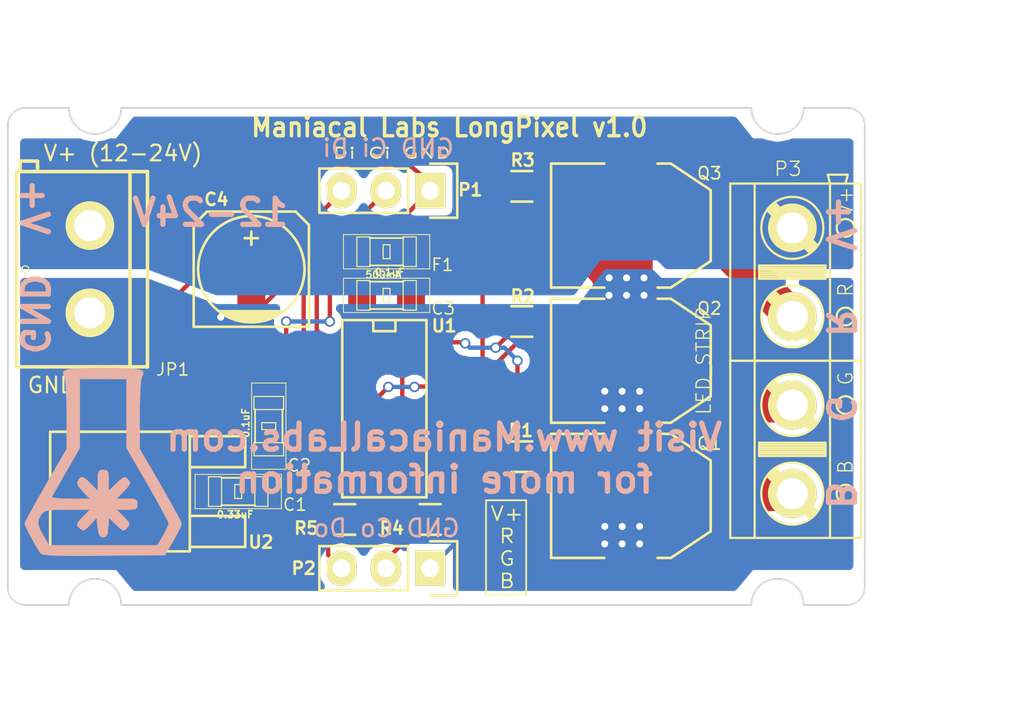
<source format=kicad_pcb>
(kicad_pcb (version 20171130) (host pcbnew "(5.1.12)-1")

  (general
    (thickness 1.6)
    (drawings 37)
    (tracks 178)
    (zones 0)
    (modules 20)
    (nets 17)
  )

  (page A4)
  (layers
    (0 F.Cu signal)
    (31 B.Cu signal)
    (32 B.Adhes user)
    (33 F.Adhes user)
    (34 B.Paste user)
    (35 F.Paste user)
    (36 B.SilkS user)
    (37 F.SilkS user)
    (38 B.Mask user)
    (39 F.Mask user)
    (40 Dwgs.User user)
    (41 Cmts.User user)
    (42 Eco1.User user)
    (43 Eco2.User user)
    (44 Edge.Cuts user)
    (45 Margin user)
    (46 B.CrtYd user)
    (47 F.CrtYd user hide)
    (48 B.Fab user)
    (49 F.Fab user)
  )

  (setup
    (last_trace_width 0.25)
    (user_trace_width 0.5)
    (user_trace_width 2)
    (user_trace_width 7)
    (trace_clearance 0.2)
    (zone_clearance 0.4)
    (zone_45_only no)
    (trace_min 0.2)
    (via_size 0.6)
    (via_drill 0.4)
    (via_min_size 0.4)
    (via_min_drill 0.3)
    (uvia_size 0.3)
    (uvia_drill 0.1)
    (uvias_allowed no)
    (uvia_min_size 0.2)
    (uvia_min_drill 0.1)
    (edge_width 0.1)
    (segment_width 0.1)
    (pcb_text_width 0.3)
    (pcb_text_size 1.5 1.5)
    (mod_edge_width 0.15)
    (mod_text_size 1 1)
    (mod_text_width 0.15)
    (pad_size 1.5 1.5)
    (pad_drill 0.6)
    (pad_to_mask_clearance 0)
    (aux_axis_origin 0 0)
    (visible_elements 7FFEFFFF)
    (pcbplotparams
      (layerselection 0x010f0_80000001)
      (usegerberextensions false)
      (usegerberattributes true)
      (usegerberadvancedattributes true)
      (creategerberjobfile true)
      (excludeedgelayer true)
      (linewidth 0.100000)
      (plotframeref false)
      (viasonmask false)
      (mode 1)
      (useauxorigin false)
      (hpglpennumber 1)
      (hpglpenspeed 20)
      (hpglpendiameter 15.000000)
      (psnegative false)
      (psa4output false)
      (plotreference true)
      (plotvalue false)
      (plotinvisibletext false)
      (padsonsilk false)
      (subtractmaskfromsilk false)
      (outputformat 1)
      (mirror false)
      (drillshape 0)
      (scaleselection 1)
      (outputdirectory "gerberMini/"))
  )

  (net 0 "")
  (net 1 12V)
  (net 2 GND)
  (net 3 5V)
  (net 4 CKI)
  (net 5 SDI)
  (net 6 CKO)
  (net 7 SDO)
  (net 8 "Net-(P3-Pad4)")
  (net 9 "Net-(P3-Pad3)")
  (net 10 "Net-(P3-Pad2)")
  (net 11 "Net-(Q1-Pad1)")
  (net 12 "Net-(Q2-Pad1)")
  (net 13 "Net-(Q3-Pad1)")
  (net 14 +5V)
  (net 15 "Net-(P2-Pad2)")
  (net 16 "Net-(P2-Pad3)")

  (net_class Default "This is the default net class."
    (clearance 0.2)
    (trace_width 0.25)
    (via_dia 0.6)
    (via_drill 0.4)
    (uvia_dia 0.3)
    (uvia_drill 0.1)
    (add_net +5V)
    (add_net 12V)
    (add_net 5V)
    (add_net CKI)
    (add_net CKO)
    (add_net GND)
    (add_net "Net-(P2-Pad2)")
    (add_net "Net-(P2-Pad3)")
    (add_net "Net-(P3-Pad2)")
    (add_net "Net-(P3-Pad3)")
    (add_net "Net-(P3-Pad4)")
    (add_net "Net-(Q1-Pad1)")
    (add_net "Net-(Q2-Pad1)")
    (add_net "Net-(Q3-Pad1)")
    (add_net SDI)
    (add_net SDO)
  )

  (net_class 12VCap ""
    (clearance 0.2)
    (trace_width 1)
    (via_dia 0.6)
    (via_drill 0.4)
    (uvia_dia 0.3)
    (uvia_drill 0.1)
  )

  (module ML_Kicad_Footprints:ML_SparkFun-1206 (layer F.Cu) (tedit 55EB8FD6) (tstamp 55EA29DC)
    (at 50.5 39)
    (path /556A4134)
    (attr smd)
    (fp_text reference C1 (at 3.25 0.75) (layer F.SilkS)
      (effects (font (size 0.7 0.7) (thickness 0.0889)))
    )
    (fp_text value 0.33uF (at -0.1778 1.3208) (layer F.SilkS)
      (effects (font (size 0.4064 0.4064) (thickness 0.0889)))
    )
    (fp_line (start -0.96266 0.78486) (end 0.96266 0.78486) (layer F.SilkS) (width 0.1016))
    (fp_line (start -0.96266 -0.78486) (end 0.96266 -0.78486) (layer F.SilkS) (width 0.1016))
    (fp_line (start 2.47142 -0.98298) (end 2.47142 0.98298) (layer F.SilkS) (width 0.0508))
    (fp_line (start -2.47142 0.98298) (end -2.47142 -0.98298) (layer F.SilkS) (width 0.0508))
    (fp_line (start 2.47142 0.98298) (end -2.47142 0.98298) (layer F.SilkS) (width 0.0508))
    (fp_line (start -2.47142 -0.98298) (end 2.47142 -0.98298) (layer F.SilkS) (width 0.0508))
    (fp_line (start -0.19812 0.39878) (end -0.19812 -0.39878) (layer F.SilkS) (width 0.06604))
    (fp_line (start -0.19812 -0.39878) (end 0.19812 -0.39878) (layer F.SilkS) (width 0.06604))
    (fp_line (start 0.19812 0.39878) (end 0.19812 -0.39878) (layer F.SilkS) (width 0.06604))
    (fp_line (start -0.19812 0.39878) (end 0.19812 0.39878) (layer F.SilkS) (width 0.06604))
    (fp_line (start 0.94996 0.84836) (end 0.94996 -0.8509) (layer F.SilkS) (width 0.06604))
    (fp_line (start 0.94996 -0.8509) (end 1.7018 -0.8509) (layer F.SilkS) (width 0.06604))
    (fp_line (start 1.7018 0.84836) (end 1.7018 -0.8509) (layer F.SilkS) (width 0.06604))
    (fp_line (start 0.94996 0.84836) (end 1.7018 0.84836) (layer F.SilkS) (width 0.06604))
    (fp_line (start -1.7018 0.8509) (end -1.7018 -0.84836) (layer F.SilkS) (width 0.06604))
    (fp_line (start -1.7018 -0.84836) (end -0.94996 -0.84836) (layer F.SilkS) (width 0.06604))
    (fp_line (start -0.94996 0.8509) (end -0.94996 -0.84836) (layer F.SilkS) (width 0.06604))
    (fp_line (start -1.7018 0.8509) (end -0.94996 0.8509) (layer F.SilkS) (width 0.06604))
    (pad 1 smd rect (at -1.39954 0) (size 1.59766 1.79832) (layers F.Cu F.Paste F.Mask)
      (net 1 12V))
    (pad 2 smd rect (at 1.39954 0) (size 1.59766 1.79832) (layers F.Cu F.Paste F.Mask)
      (net 2 GND))
  )

  (module ML_Kicad_Footprints:ML_SparkFun-1206 (layer F.Cu) (tedit 55EB8FD5) (tstamp 55EA29F4)
    (at 52.25 35.25 270)
    (path /556A40EF)
    (attr smd)
    (fp_text reference C2 (at 2.25 -1.75) (layer F.SilkS)
      (effects (font (size 0.7 0.7) (thickness 0.0889)))
    )
    (fp_text value 0.1uF (at -0.1778 1.3208 270) (layer F.SilkS)
      (effects (font (size 0.4064 0.4064) (thickness 0.0889)))
    )
    (fp_line (start -0.96266 0.78486) (end 0.96266 0.78486) (layer F.SilkS) (width 0.1016))
    (fp_line (start -0.96266 -0.78486) (end 0.96266 -0.78486) (layer F.SilkS) (width 0.1016))
    (fp_line (start 2.47142 -0.98298) (end 2.47142 0.98298) (layer F.SilkS) (width 0.0508))
    (fp_line (start -2.47142 0.98298) (end -2.47142 -0.98298) (layer F.SilkS) (width 0.0508))
    (fp_line (start 2.47142 0.98298) (end -2.47142 0.98298) (layer F.SilkS) (width 0.0508))
    (fp_line (start -2.47142 -0.98298) (end 2.47142 -0.98298) (layer F.SilkS) (width 0.0508))
    (fp_line (start -0.19812 0.39878) (end -0.19812 -0.39878) (layer F.SilkS) (width 0.06604))
    (fp_line (start -0.19812 -0.39878) (end 0.19812 -0.39878) (layer F.SilkS) (width 0.06604))
    (fp_line (start 0.19812 0.39878) (end 0.19812 -0.39878) (layer F.SilkS) (width 0.06604))
    (fp_line (start -0.19812 0.39878) (end 0.19812 0.39878) (layer F.SilkS) (width 0.06604))
    (fp_line (start 0.94996 0.84836) (end 0.94996 -0.8509) (layer F.SilkS) (width 0.06604))
    (fp_line (start 0.94996 -0.8509) (end 1.7018 -0.8509) (layer F.SilkS) (width 0.06604))
    (fp_line (start 1.7018 0.84836) (end 1.7018 -0.8509) (layer F.SilkS) (width 0.06604))
    (fp_line (start 0.94996 0.84836) (end 1.7018 0.84836) (layer F.SilkS) (width 0.06604))
    (fp_line (start -1.7018 0.8509) (end -1.7018 -0.84836) (layer F.SilkS) (width 0.06604))
    (fp_line (start -1.7018 -0.84836) (end -0.94996 -0.84836) (layer F.SilkS) (width 0.06604))
    (fp_line (start -0.94996 0.8509) (end -0.94996 -0.84836) (layer F.SilkS) (width 0.06604))
    (fp_line (start -1.7018 0.8509) (end -0.94996 0.8509) (layer F.SilkS) (width 0.06604))
    (pad 1 smd rect (at -1.39954 0 270) (size 1.59766 1.79832) (layers F.Cu F.Paste F.Mask)
      (net 14 +5V))
    (pad 2 smd rect (at 1.39954 0 270) (size 1.59766 1.79832) (layers F.Cu F.Paste F.Mask)
      (net 2 GND))
  )

  (module ML_Kicad_Footprints:ML_SparkFun-1206 (layer F.Cu) (tedit 55EB8FF6) (tstamp 55EA2A0C)
    (at 59 27.75 180)
    (path /5569E907)
    (attr smd)
    (fp_text reference C3 (at -3.25 -0.75 180) (layer F.SilkS)
      (effects (font (size 0.7 0.7) (thickness 0.0889)))
    )
    (fp_text value 0.1uF (at -0.1778 1.3208 180) (layer F.SilkS)
      (effects (font (size 0.4064 0.4064) (thickness 0.0889)))
    )
    (fp_line (start -0.96266 0.78486) (end 0.96266 0.78486) (layer F.SilkS) (width 0.1016))
    (fp_line (start -0.96266 -0.78486) (end 0.96266 -0.78486) (layer F.SilkS) (width 0.1016))
    (fp_line (start 2.47142 -0.98298) (end 2.47142 0.98298) (layer F.SilkS) (width 0.0508))
    (fp_line (start -2.47142 0.98298) (end -2.47142 -0.98298) (layer F.SilkS) (width 0.0508))
    (fp_line (start 2.47142 0.98298) (end -2.47142 0.98298) (layer F.SilkS) (width 0.0508))
    (fp_line (start -2.47142 -0.98298) (end 2.47142 -0.98298) (layer F.SilkS) (width 0.0508))
    (fp_line (start -0.19812 0.39878) (end -0.19812 -0.39878) (layer F.SilkS) (width 0.06604))
    (fp_line (start -0.19812 -0.39878) (end 0.19812 -0.39878) (layer F.SilkS) (width 0.06604))
    (fp_line (start 0.19812 0.39878) (end 0.19812 -0.39878) (layer F.SilkS) (width 0.06604))
    (fp_line (start -0.19812 0.39878) (end 0.19812 0.39878) (layer F.SilkS) (width 0.06604))
    (fp_line (start 0.94996 0.84836) (end 0.94996 -0.8509) (layer F.SilkS) (width 0.06604))
    (fp_line (start 0.94996 -0.8509) (end 1.7018 -0.8509) (layer F.SilkS) (width 0.06604))
    (fp_line (start 1.7018 0.84836) (end 1.7018 -0.8509) (layer F.SilkS) (width 0.06604))
    (fp_line (start 0.94996 0.84836) (end 1.7018 0.84836) (layer F.SilkS) (width 0.06604))
    (fp_line (start -1.7018 0.8509) (end -1.7018 -0.84836) (layer F.SilkS) (width 0.06604))
    (fp_line (start -1.7018 -0.84836) (end -0.94996 -0.84836) (layer F.SilkS) (width 0.06604))
    (fp_line (start -0.94996 0.8509) (end -0.94996 -0.84836) (layer F.SilkS) (width 0.06604))
    (fp_line (start -1.7018 0.8509) (end -0.94996 0.8509) (layer F.SilkS) (width 0.06604))
    (pad 1 smd rect (at -1.39954 0 180) (size 1.59766 1.79832) (layers F.Cu F.Paste F.Mask)
      (net 3 5V))
    (pad 2 smd rect (at 1.39954 0 180) (size 1.59766 1.79832) (layers F.Cu F.Paste F.Mask)
      (net 2 GND))
  )

  (module Capacitors_SMD:c_elec_6.3x5.3 (layer F.Cu) (tedit 55EB8A0B) (tstamp 55EA2A24)
    (at 51.25 26.25 90)
    (descr "SMT capacitor, aluminium electrolytic, 6.3x5.3")
    (path /55E77950)
    (attr smd)
    (fp_text reference C4 (at 4 -2 180) (layer F.SilkS)
      (effects (font (size 0.7 0.7) (thickness 0.15)))
    )
    (fp_text value CP (at 0 4.445 90) (layer F.Fab)
      (effects (font (size 1 1) (thickness 0.15)))
    )
    (fp_circle (center 0 0) (end -3.048 0) (layer F.SilkS) (width 0.15))
    (fp_line (start 1.778 -0.381) (end 1.778 0.381) (layer F.SilkS) (width 0.15))
    (fp_line (start 2.159 0) (end 1.397 0) (layer F.SilkS) (width 0.15))
    (fp_line (start 2.54 -3.302) (end -3.302 -3.302) (layer F.SilkS) (width 0.15))
    (fp_line (start 3.302 -2.54) (end 2.54 -3.302) (layer F.SilkS) (width 0.15))
    (fp_line (start 3.302 2.54) (end 3.302 -2.54) (layer F.SilkS) (width 0.15))
    (fp_line (start 2.54 3.302) (end 3.302 2.54) (layer F.SilkS) (width 0.15))
    (fp_line (start -3.302 3.302) (end 2.54 3.302) (layer F.SilkS) (width 0.15))
    (fp_line (start -3.302 -3.302) (end -3.302 3.302) (layer F.SilkS) (width 0.15))
    (fp_line (start -2.413 -1.778) (end -2.413 1.778) (layer F.SilkS) (width 0.15))
    (fp_line (start -2.54 1.651) (end -2.54 -1.651) (layer F.SilkS) (width 0.15))
    (fp_line (start -2.667 -1.397) (end -2.667 1.397) (layer F.SilkS) (width 0.15))
    (fp_line (start -2.794 1.143) (end -2.794 -1.143) (layer F.SilkS) (width 0.15))
    (fp_line (start -2.921 -0.762) (end -2.921 0.762) (layer F.SilkS) (width 0.15))
    (fp_line (start -4.85 3.65) (end -4.85 -3.65) (layer F.CrtYd) (width 0.05))
    (fp_line (start 4.85 3.65) (end -4.85 3.65) (layer F.CrtYd) (width 0.05))
    (fp_line (start 4.85 -3.65) (end 4.85 3.65) (layer F.CrtYd) (width 0.05))
    (fp_line (start -4.85 -3.65) (end 4.85 -3.65) (layer F.CrtYd) (width 0.05))
    (pad 1 smd rect (at 2.75082 0 90) (size 3.59918 1.6002) (layers F.Cu F.Paste F.Mask)
      (net 1 12V))
    (pad 2 smd rect (at -2.75082 0 90) (size 3.59918 1.6002) (layers F.Cu F.Paste F.Mask)
      (net 2 GND))
    (model Capacitors_SMD.3dshapes/c_elec_6.3x5.3.wrl
      (at (xyz 0 0 0))
      (scale (xyz 1 1 1))
      (rotate (xyz 0 0 0))
    )
  )

  (module ML_Kicad_Footprints:ML_SparkFun-SCREWTERMINAL-5MM-2 (layer F.Cu) (tedit 55EB9005) (tstamp 55EA2A45)
    (at 42 28.75 90)
    (path /5559186C)
    (attr virtual)
    (fp_text reference JP1 (at -3.25 4.75 180) (layer F.SilkS)
      (effects (font (size 0.7 0.7) (thickness 0.0889)))
    )
    (fp_text value 12V_IN (at -0.0508 -1.4732 90) (layer F.SilkS) hide
      (effects (font (size 0.4064 0.4064) (thickness 0.0889)))
    )
    (fp_circle (center 2.49936 -3.69824) (end 2.63906 -3.83794) (layer F.SilkS) (width 0.0635))
    (fp_line (start 8.6995 -2.99974) (end 8.09752 -2.99974) (layer F.SilkS) (width 0.2032))
    (fp_line (start 8.6995 -3.99796) (end 8.6995 -2.99974) (layer F.SilkS) (width 0.2032))
    (fp_line (start 8.09752 -3.99796) (end 8.6995 -3.99796) (layer F.SilkS) (width 0.2032))
    (fp_line (start -3.69824 2.3495) (end -3.0988 2.3495) (layer F.SilkS) (width 0.2032))
    (fp_line (start -3.69824 1.34874) (end -3.69824 2.3495) (layer F.SilkS) (width 0.2032))
    (fp_line (start -3.0988 1.34874) (end -3.69824 1.34874) (layer F.SilkS) (width 0.2032))
    (fp_line (start 8.09752 2.2987) (end -3.0988 2.2987) (layer F.SilkS) (width 0.2032))
    (fp_line (start -3.0988 2.2987) (end -3.0988 -4.19862) (layer F.SilkS) (width 0.2032))
    (fp_line (start -3.0988 3.29946) (end -3.0988 2.2987) (layer F.SilkS) (width 0.2032))
    (fp_line (start 8.09752 3.29946) (end -3.0988 3.29946) (layer F.SilkS) (width 0.2032))
    (fp_line (start 8.09752 2.2987) (end 8.09752 3.29946) (layer F.SilkS) (width 0.2032))
    (fp_line (start 8.09752 -4.19862) (end 8.09752 2.2987) (layer F.SilkS) (width 0.2032))
    (fp_line (start -3.0988 -4.19862) (end 8.09752 -4.19862) (layer F.SilkS) (width 0.2032))
    (pad 1 thru_hole rect (at 0 0 90) (size 2.032 0) (drill 1.29794) (layers *.Cu F.Paste F.SilkS F.Mask)
      (net 2 GND))
    (pad 2 thru_hole circle (at 4.99872 0 90) (size 2.79 2.79) (drill 1.778) (layers *.Cu *.Mask F.Paste F.SilkS)
      (net 1 12V))
    (pad 1 thru_hole circle (at 0 0 90) (size 2.79 2.79) (drill 1.778) (layers *.Cu *.Mask F.Paste F.SilkS)
      (net 2 GND))
  )

  (module Pin_Headers:Pin_Header_Straight_1x03 (layer F.Cu) (tedit 55EB8A44) (tstamp 55EA2A57)
    (at 61.5 21.75 270)
    (descr "Through hole pin header")
    (tags "pin header")
    (path /55591930)
    (fp_text reference P1 (at -0.05 -2.3) (layer F.SilkS)
      (effects (font (size 0.7 0.7) (thickness 0.15)))
    )
    (fp_text value GNDCLKDATA_IN (at 0 -3.1 270) (layer F.Fab)
      (effects (font (size 1 1) (thickness 0.15)))
    )
    (fp_line (start -1.55 -1.55) (end 1.55 -1.55) (layer F.SilkS) (width 0.15))
    (fp_line (start -1.55 0) (end -1.55 -1.55) (layer F.SilkS) (width 0.15))
    (fp_line (start 1.27 1.27) (end -1.27 1.27) (layer F.SilkS) (width 0.15))
    (fp_line (start 1.55 -1.55) (end 1.55 0) (layer F.SilkS) (width 0.15))
    (fp_line (start 1.27 6.35) (end 1.27 1.27) (layer F.SilkS) (width 0.15))
    (fp_line (start -1.27 6.35) (end 1.27 6.35) (layer F.SilkS) (width 0.15))
    (fp_line (start -1.27 1.27) (end -1.27 6.35) (layer F.SilkS) (width 0.15))
    (fp_line (start -1.75 6.85) (end 1.75 6.85) (layer F.CrtYd) (width 0.05))
    (fp_line (start -1.75 -1.75) (end 1.75 -1.75) (layer F.CrtYd) (width 0.05))
    (fp_line (start 1.75 -1.75) (end 1.75 6.85) (layer F.CrtYd) (width 0.05))
    (fp_line (start -1.75 -1.75) (end -1.75 6.85) (layer F.CrtYd) (width 0.05))
    (pad 1 thru_hole rect (at 0 0 270) (size 2.032 1.7272) (drill 1.016) (layers *.Cu *.Mask F.SilkS)
      (net 2 GND))
    (pad 2 thru_hole oval (at 0 2.54 270) (size 2.032 1.7272) (drill 1.016) (layers *.Cu *.Mask F.SilkS)
      (net 4 CKI))
    (pad 3 thru_hole oval (at 0 5.08 270) (size 2.032 1.7272) (drill 1.016) (layers *.Cu *.Mask F.SilkS)
      (net 5 SDI))
    (model Pin_Headers.3dshapes/Pin_Header_Straight_1x03.wrl
      (offset (xyz 0 -2.539999961853027 0))
      (scale (xyz 1 1 1))
      (rotate (xyz 0 0 90))
    )
  )

  (module Pin_Headers:Pin_Header_Straight_1x03 (layer F.Cu) (tedit 55EB8FEE) (tstamp 55EA2A69)
    (at 61.5 43.4 270)
    (descr "Through hole pin header")
    (tags "pin header")
    (path /55591A27)
    (fp_text reference P2 (at 0 7.25) (layer F.SilkS)
      (effects (font (size 0.7 0.7) (thickness 0.15)))
    )
    (fp_text value GNDCLKDATA_OUT (at 0 -3.1 270) (layer F.Fab)
      (effects (font (size 1 1) (thickness 0.15)))
    )
    (fp_line (start -1.55 -1.55) (end 1.55 -1.55) (layer F.SilkS) (width 0.15))
    (fp_line (start -1.55 0) (end -1.55 -1.55) (layer F.SilkS) (width 0.15))
    (fp_line (start 1.27 1.27) (end -1.27 1.27) (layer F.SilkS) (width 0.15))
    (fp_line (start 1.55 -1.55) (end 1.55 0) (layer F.SilkS) (width 0.15))
    (fp_line (start 1.27 6.35) (end 1.27 1.27) (layer F.SilkS) (width 0.15))
    (fp_line (start -1.27 6.35) (end 1.27 6.35) (layer F.SilkS) (width 0.15))
    (fp_line (start -1.27 1.27) (end -1.27 6.35) (layer F.SilkS) (width 0.15))
    (fp_line (start -1.75 6.85) (end 1.75 6.85) (layer F.CrtYd) (width 0.05))
    (fp_line (start -1.75 -1.75) (end 1.75 -1.75) (layer F.CrtYd) (width 0.05))
    (fp_line (start 1.75 -1.75) (end 1.75 6.85) (layer F.CrtYd) (width 0.05))
    (fp_line (start -1.75 -1.75) (end -1.75 6.85) (layer F.CrtYd) (width 0.05))
    (pad 1 thru_hole rect (at 0 0 270) (size 2.032 1.7272) (drill 1.016) (layers *.Cu *.Mask F.SilkS)
      (net 2 GND))
    (pad 2 thru_hole oval (at 0 2.54 270) (size 2.032 1.7272) (drill 1.016) (layers *.Cu *.Mask F.SilkS)
      (net 15 "Net-(P2-Pad2)"))
    (pad 3 thru_hole oval (at 0 5.08 270) (size 2.032 1.7272) (drill 1.016) (layers *.Cu *.Mask F.SilkS)
      (net 16 "Net-(P2-Pad3)"))
    (model Pin_Headers.3dshapes/Pin_Header_Straight_1x03.wrl
      (offset (xyz 0 -2.539999961853027 0))
      (scale (xyz 1 1 1))
      (rotate (xyz 0 0 90))
    )
  )

  (module ab2_terminal_block:AB2_TB_04_RA_5.08MM_L-BLU (layer F.Cu) (tedit 5647CCBF) (tstamp 55EA2AB2)
    (at 82.25 31.5 270)
    (path /5564FBB3)
    (fp_text reference P3 (at -11 0.25) (layer F.SilkS)
      (effects (font (size 0.8128 0.8128) (thickness 0.0762)))
    )
    (fp_text value LED_STRIP (at 0 5.08 270) (layer F.SilkS)
      (effects (font (size 0.8128 0.8128) (thickness 0.0762)))
    )
    (fp_line (start -5.461 1.905) (end -5.461 -1.905) (layer F.SilkS) (width 0.127))
    (fp_line (start -4.699 1.905) (end -5.461 1.905) (layer F.SilkS) (width 0.127))
    (fp_line (start -4.699 -1.905) (end -4.699 1.905) (layer F.SilkS) (width 0.127))
    (fp_line (start -5.461 -1.905) (end -4.699 -1.905) (layer F.SilkS) (width 0.127))
    (fp_line (start -5.334 -1.905) (end -5.334 1.905) (layer F.SilkS) (width 0.127))
    (fp_line (start -5.207 -1.905) (end -5.207 1.905) (layer F.SilkS) (width 0.127))
    (fp_line (start -5.08 -1.905) (end -5.08 1.905) (layer F.SilkS) (width 0.127))
    (fp_line (start -4.953 -1.905) (end -4.953 1.905) (layer F.SilkS) (width 0.127))
    (fp_line (start -4.826 -1.905) (end -4.826 1.905) (layer F.SilkS) (width 0.127))
    (fp_line (start -10.16 2.159) (end -10.16 -2.159) (layer F.SilkS) (width 0.127))
    (fp_line (start 0 2.159) (end -10.16 2.159) (layer F.SilkS) (width 0.127))
    (fp_line (start 0 -2.159) (end 0 2.159) (layer F.SilkS) (width 0.127))
    (fp_line (start -10.16 -2.159) (end 0 -2.159) (layer F.SilkS) (width 0.127))
    (fp_circle (center -7.62 0) (end -7.62 -1.778) (layer F.SilkS) (width 0.127))
    (fp_line (start -8.763 1.143) (end -6.477 -1.143) (layer F.SilkS) (width 0.381))
    (fp_line (start -6.35 -1.016) (end -8.636 1.27) (layer F.SilkS) (width 0.381))
    (fp_line (start -8.89 1.016) (end -6.604 -1.27) (layer F.SilkS) (width 0.381))
    (fp_line (start -3.81 1.016) (end -1.524 -1.27) (layer F.SilkS) (width 0.381))
    (fp_line (start -1.27 -1.016) (end -3.556 1.27) (layer F.SilkS) (width 0.381))
    (fp_line (start -3.683 1.143) (end -1.397 -1.143) (layer F.SilkS) (width 0.381))
    (fp_circle (center -2.54 0) (end -2.54 -1.778) (layer F.SilkS) (width 0.127))
    (fp_line (start 0 3.556) (end 0 2.159) (layer F.SilkS) (width 0.127))
    (fp_line (start -10.16 3.556) (end 0 3.556) (layer F.SilkS) (width 0.127))
    (fp_line (start -10.16 2.159) (end -10.16 3.556) (layer F.SilkS) (width 0.127))
    (fp_line (start 0 -3.937) (end 0 -2.159) (layer F.SilkS) (width 0.127))
    (fp_line (start -10.16 -3.937) (end 0 -3.937) (layer F.SilkS) (width 0.127))
    (fp_line (start -10.16 -2.159) (end -10.16 -3.937) (layer F.SilkS) (width 0.127))
    (fp_circle (center -7.62 -3.048) (end -7.62 -3.556) (layer F.SilkS) (width 0.127))
    (fp_circle (center -2.54 -3.048) (end -2.54 -3.556) (layer F.SilkS) (width 0.127))
    (fp_circle (center 7.62 -3.048) (end 7.62 -3.556) (layer F.SilkS) (width 0.127))
    (fp_circle (center 2.54 -3.048) (end 2.54 -3.556) (layer F.SilkS) (width 0.127))
    (fp_line (start 0 -2.159) (end 0 -3.937) (layer F.SilkS) (width 0.127))
    (fp_line (start 0 -3.937) (end 10.16 -3.937) (layer F.SilkS) (width 0.127))
    (fp_line (start 10.16 -3.937) (end 10.16 -2.159) (layer F.SilkS) (width 0.127))
    (fp_line (start 0 2.159) (end 0 3.556) (layer F.SilkS) (width 0.127))
    (fp_line (start 0 3.556) (end 10.16 3.556) (layer F.SilkS) (width 0.127))
    (fp_line (start 10.16 3.556) (end 10.16 2.159) (layer F.SilkS) (width 0.127))
    (fp_circle (center 7.62 0) (end 7.62 -1.778) (layer F.SilkS) (width 0.127))
    (fp_line (start 6.477 1.143) (end 8.763 -1.143) (layer F.SilkS) (width 0.381))
    (fp_line (start 8.89 -1.016) (end 6.604 1.27) (layer F.SilkS) (width 0.381))
    (fp_line (start 6.35 1.016) (end 8.636 -1.27) (layer F.SilkS) (width 0.381))
    (fp_line (start 1.27 1.016) (end 3.556 -1.27) (layer F.SilkS) (width 0.381))
    (fp_line (start 3.81 -1.016) (end 1.524 1.27) (layer F.SilkS) (width 0.381))
    (fp_line (start 1.397 1.143) (end 3.683 -1.143) (layer F.SilkS) (width 0.381))
    (fp_circle (center 2.54 0) (end 2.54 -1.778) (layer F.SilkS) (width 0.127))
    (fp_line (start 0 -2.159) (end 10.16 -2.159) (layer F.SilkS) (width 0.127))
    (fp_line (start 10.16 -2.159) (end 10.16 2.159) (layer F.SilkS) (width 0.127))
    (fp_line (start 10.16 2.159) (end 0 2.159) (layer F.SilkS) (width 0.127))
    (fp_line (start 0 2.159) (end 0 -2.159) (layer F.SilkS) (width 0.127))
    (fp_line (start 5.334 -1.905) (end 5.334 1.905) (layer F.SilkS) (width 0.127))
    (fp_line (start 5.207 -1.905) (end 5.207 1.905) (layer F.SilkS) (width 0.127))
    (fp_line (start 5.08 -1.905) (end 5.08 1.905) (layer F.SilkS) (width 0.127))
    (fp_line (start 4.953 -1.905) (end 4.953 1.905) (layer F.SilkS) (width 0.127))
    (fp_line (start 4.826 -1.905) (end 4.826 1.905) (layer F.SilkS) (width 0.127))
    (fp_line (start 4.699 -1.905) (end 5.461 -1.905) (layer F.SilkS) (width 0.127))
    (fp_line (start 5.461 -1.905) (end 5.461 1.905) (layer F.SilkS) (width 0.127))
    (fp_line (start 5.461 1.905) (end 4.699 1.905) (layer F.SilkS) (width 0.127))
    (fp_line (start 4.699 1.905) (end 4.699 -1.905) (layer F.SilkS) (width 0.127))
    (fp_line (start -10.16 -2.159) (end -10.668 -2.032) (layer F.SilkS) (width 0.127))
    (fp_line (start -10.668 -2.032) (end -10.668 -3.175) (layer F.SilkS) (width 0.127))
    (fp_line (start -10.668 -3.175) (end -10.16 -3.048) (layer F.SilkS) (width 0.127))
    (fp_text user G (at 1.016 -3.048 270) (layer F.SilkS)
      (effects (font (size 0.8128 0.8128) (thickness 0.0762)))
    )
    (fp_text user B (at 6.096 -3.048 270) (layer F.SilkS)
      (effects (font (size 0.8128 0.8128) (thickness 0.0762)))
    )
    (fp_text user R (at -4.064 -3.048 270) (layer F.SilkS)
      (effects (font (size 0.8128 0.8128) (thickness 0.0762)))
    )
    (fp_text user V+ (at -9.144 -3.048 270) (layer F.SilkS)
      (effects (font (size 0.8128 0.8128) (thickness 0.0762)))
    )
    (pad 4 thru_hole circle (at 7.62 0 270) (size 2.794 2.794) (drill 1.778) (layers *.Cu *.Mask F.SilkS)
      (net 8 "Net-(P3-Pad4)"))
    (pad 3 thru_hole circle (at 2.54 0 270) (size 2.794 2.794) (drill 1.778) (layers *.Cu *.Mask F.SilkS)
      (net 9 "Net-(P3-Pad3)"))
    (pad 1 thru_hole circle (at -7.62 0 270) (size 2.794 2.794) (drill 1.778) (layers *.Cu *.Mask F.SilkS)
      (net 1 12V))
    (pad 2 thru_hole circle (at -2.54 0 270) (size 2.794 2.794) (drill 1.778) (layers *.Cu *.Mask F.SilkS)
      (net 10 "Net-(P3-Pad2)"))
    (model ../3d_models/ab2_terminal_block/AB2_TB_02_RA_5MM-BLU.wrl
      (offset (xyz -5.079999923706055 0 0))
      (scale (xyz 0.3937 0.3937 0.3937))
      (rotate (xyz 0 0 0))
    )
    (model ../3d_models/ab2_terminal_block/AB2_TB_02_RA_5MM-BLU.wrl
      (offset (xyz 5.079999923706055 0 0))
      (scale (xyz 0.3937 0.3937 0.3937))
      (rotate (xyz 0 0 0))
    )
  )

  (module Resistors_SMD:R_0805 (layer F.Cu) (tedit 55EB89EF) (tstamp 55EA2ABE)
    (at 66.75 37)
    (descr "Resistor SMD 0805, reflow soldering, Vishay (see dcrcw.pdf)")
    (tags "resistor 0805")
    (path /5559100A)
    (attr smd)
    (fp_text reference R1 (at -0.05 -1.5) (layer F.SilkS)
      (effects (font (size 0.7 0.7) (thickness 0.15)))
    )
    (fp_text value 10K (at 0 2.1) (layer F.Fab)
      (effects (font (size 1 1) (thickness 0.15)))
    )
    (fp_line (start -0.6 -0.875) (end 0.6 -0.875) (layer F.SilkS) (width 0.15))
    (fp_line (start 0.6 0.875) (end -0.6 0.875) (layer F.SilkS) (width 0.15))
    (fp_line (start 1.6 -1) (end 1.6 1) (layer F.CrtYd) (width 0.05))
    (fp_line (start -1.6 -1) (end -1.6 1) (layer F.CrtYd) (width 0.05))
    (fp_line (start -1.6 1) (end 1.6 1) (layer F.CrtYd) (width 0.05))
    (fp_line (start -1.6 -1) (end 1.6 -1) (layer F.CrtYd) (width 0.05))
    (pad 1 smd rect (at -0.95 0) (size 0.7 1.3) (layers F.Cu F.Paste F.Mask)
      (net 3 5V))
    (pad 2 smd rect (at 0.95 0) (size 0.7 1.3) (layers F.Cu F.Paste F.Mask)
      (net 11 "Net-(Q1-Pad1)"))
    (model Resistors_SMD.3dshapes/R_0805.wrl
      (at (xyz 0 0 0))
      (scale (xyz 1 1 1))
      (rotate (xyz 0 0 0))
    )
  )

  (module Resistors_SMD:R_0805 (layer F.Cu) (tedit 55EB89E4) (tstamp 55EA2ACA)
    (at 66.75 29.25)
    (descr "Resistor SMD 0805, reflow soldering, Vishay (see dcrcw.pdf)")
    (tags "resistor 0805")
    (path /555914C6)
    (attr smd)
    (fp_text reference R2 (at 0.05 -1.45) (layer F.SilkS)
      (effects (font (size 0.7 0.7) (thickness 0.15)))
    )
    (fp_text value 10K (at 0 2.1) (layer F.Fab)
      (effects (font (size 1 1) (thickness 0.15)))
    )
    (fp_line (start -0.6 -0.875) (end 0.6 -0.875) (layer F.SilkS) (width 0.15))
    (fp_line (start 0.6 0.875) (end -0.6 0.875) (layer F.SilkS) (width 0.15))
    (fp_line (start 1.6 -1) (end 1.6 1) (layer F.CrtYd) (width 0.05))
    (fp_line (start -1.6 -1) (end -1.6 1) (layer F.CrtYd) (width 0.05))
    (fp_line (start -1.6 1) (end 1.6 1) (layer F.CrtYd) (width 0.05))
    (fp_line (start -1.6 -1) (end 1.6 -1) (layer F.CrtYd) (width 0.05))
    (pad 1 smd rect (at -0.95 0) (size 0.7 1.3) (layers F.Cu F.Paste F.Mask)
      (net 3 5V))
    (pad 2 smd rect (at 0.95 0) (size 0.7 1.3) (layers F.Cu F.Paste F.Mask)
      (net 12 "Net-(Q2-Pad1)"))
    (model Resistors_SMD.3dshapes/R_0805.wrl
      (at (xyz 0 0 0))
      (scale (xyz 1 1 1))
      (rotate (xyz 0 0 0))
    )
  )

  (module Resistors_SMD:R_0805 (layer F.Cu) (tedit 55EB8A77) (tstamp 55EA2AD6)
    (at 66.75 21.5)
    (descr "Resistor SMD 0805, reflow soldering, Vishay (see dcrcw.pdf)")
    (tags "resistor 0805")
    (path /55591518)
    (attr smd)
    (fp_text reference R3 (at 0.05 -1.5) (layer F.SilkS)
      (effects (font (size 0.7 0.7) (thickness 0.15)))
    )
    (fp_text value 10K (at 0 2.1) (layer F.Fab)
      (effects (font (size 1 1) (thickness 0.15)))
    )
    (fp_line (start -0.6 -0.875) (end 0.6 -0.875) (layer F.SilkS) (width 0.15))
    (fp_line (start 0.6 0.875) (end -0.6 0.875) (layer F.SilkS) (width 0.15))
    (fp_line (start 1.6 -1) (end 1.6 1) (layer F.CrtYd) (width 0.05))
    (fp_line (start -1.6 -1) (end -1.6 1) (layer F.CrtYd) (width 0.05))
    (fp_line (start -1.6 1) (end 1.6 1) (layer F.CrtYd) (width 0.05))
    (fp_line (start -1.6 -1) (end 1.6 -1) (layer F.CrtYd) (width 0.05))
    (pad 1 smd rect (at -0.95 0) (size 0.7 1.3) (layers F.Cu F.Paste F.Mask)
      (net 3 5V))
    (pad 2 smd rect (at 0.95 0) (size 0.7 1.3) (layers F.Cu F.Paste F.Mask)
      (net 13 "Net-(Q3-Pad1)"))
    (model Resistors_SMD.3dshapes/R_0805.wrl
      (at (xyz 0 0 0))
      (scale (xyz 1 1 1))
      (rotate (xyz 0 0 0))
    )
  )

  (module SMD_Packages:SOIC-14_N (layer F.Cu) (tedit 56A69E8C) (tstamp 55EA2AEF)
    (at 59 34.25 270)
    (descr "Module CMS SOJ 14 pins Large")
    (tags "CMS SOJ")
    (path /55590B1F)
    (attr smd)
    (fp_text reference U1 (at -4.75 -3.3) (layer F.SilkS)
      (effects (font (size 0.7 0.7) (thickness 0.15)))
    )
    (fp_text value WS2801 (at 0 1.27 270) (layer F.Fab)
      (effects (font (size 1 1) (thickness 0.15)))
    )
    (fp_line (start -4.445 0.762) (end -5.08 0.762) (layer F.SilkS) (width 0.15))
    (fp_line (start -4.445 -0.508) (end -4.445 0.762) (layer F.SilkS) (width 0.15))
    (fp_line (start -5.08 -0.508) (end -4.445 -0.508) (layer F.SilkS) (width 0.15))
    (fp_line (start -5.08 -2.286) (end 5.08 -2.286) (layer F.SilkS) (width 0.15))
    (fp_line (start -5.08 2.54) (end -5.08 -2.286) (layer F.SilkS) (width 0.15))
    (fp_line (start 5.08 2.54) (end -5.08 2.54) (layer F.SilkS) (width 0.15))
    (fp_line (start 5.08 -2.286) (end 5.08 2.54) (layer F.SilkS) (width 0.15))
    (pad 1 smd rect (at -3.81 3.302 270) (size 0.508 1.143) (layers F.Cu F.Paste F.Mask)
      (net 4 CKI))
    (pad 2 smd rect (at -2.54 3.302 270) (size 0.508 1.143) (layers F.Cu F.Paste F.Mask)
      (net 5 SDI))
    (pad 3 smd rect (at -1.27 3.302 270) (size 0.508 1.143) (layers F.Cu F.Paste F.Mask)
      (net 2 GND))
    (pad 4 smd rect (at 0 3.302 270) (size 0.508 1.143) (layers F.Cu F.Paste F.Mask)
      (net 2 GND))
    (pad 5 smd rect (at 1.27 3.302 270) (size 0.508 1.143) (layers F.Cu F.Paste F.Mask)
      (net 2 GND))
    (pad 6 smd rect (at 2.54 3.302 270) (size 0.508 1.143) (layers F.Cu F.Paste F.Mask)
      (net 2 GND))
    (pad 7 smd rect (at 3.81 3.302 270) (size 0.508 1.143) (layers F.Cu F.Paste F.Mask)
      (net 2 GND))
    (pad 8 smd rect (at 3.81 -3.048 270) (size 0.508 1.143) (layers F.Cu F.Paste F.Mask)
      (net 11 "Net-(Q1-Pad1)"))
    (pad 9 smd rect (at 2.54 -3.048 270) (size 0.508 1.143) (layers F.Cu F.Paste F.Mask)
      (net 12 "Net-(Q2-Pad1)"))
    (pad 11 smd rect (at 0 -3.048 270) (size 0.508 1.143) (layers F.Cu F.Paste F.Mask))
    (pad 12 smd rect (at -1.27 -3.048 270) (size 0.508 1.143) (layers F.Cu F.Paste F.Mask)
      (net 7 SDO))
    (pad 13 smd rect (at -2.54 -3.048 270) (size 0.508 1.143) (layers F.Cu F.Paste F.Mask)
      (net 6 CKO))
    (pad 14 smd rect (at -3.81 -3.048 270) (size 0.508 1.143) (layers F.Cu F.Paste F.Mask)
      (net 3 5V))
    (pad 10 smd rect (at 1.27 -3.048 270) (size 0.508 1.143) (layers F.Cu F.Paste F.Mask)
      (net 13 "Net-(Q3-Pad1)"))
    (model SMD_Packages.3dshapes/SOIC-14_N.wrl
      (at (xyz 0 0 0))
      (scale (xyz 0.5 0.4 0.5))
      (rotate (xyz 0 0 0))
    )
  )

  (module ML_Kicad_Footprints:ML_DPAK-2 (layer F.Cu) (tedit 55EB8A33) (tstamp 55EA2B01)
    (at 49.25 39 90)
    (descr "MOS boitier DPACK G-D-S")
    (tags "CMD DPACK")
    (path /55590D1A)
    (attr smd)
    (fp_text reference U2 (at -2.9 2.55 180) (layer F.SilkS)
      (effects (font (size 0.7 0.7) (thickness 0.15)))
    )
    (fp_text value L78M05CDT-TR (at 0 -2.413 90) (layer F.Fab)
      (effects (font (size 1 1) (thickness 0.15)))
    )
    (fp_line (start 3.429 -9.398) (end 3.429 -7.62) (layer F.SilkS) (width 0.15))
    (fp_line (start -3.429 -9.525) (end 3.429 -9.525) (layer F.SilkS) (width 0.15))
    (fp_line (start -3.429 -1.524) (end -3.429 -9.398) (layer F.SilkS) (width 0.15))
    (fp_line (start 3.429 -1.524) (end -3.429 -1.524) (layer F.SilkS) (width 0.15))
    (fp_line (start 3.429 -7.62) (end 3.429 -1.524) (layer F.SilkS) (width 0.15))
    (fp_line (start -1.397 1.651) (end -1.397 -1.524) (layer F.SilkS) (width 0.15))
    (fp_line (start -3.175 1.651) (end -1.397 1.651) (layer F.SilkS) (width 0.15))
    (fp_line (start -3.175 -1.524) (end -3.175 1.651) (layer F.SilkS) (width 0.15))
    (fp_line (start 3.175 1.651) (end 3.175 -1.524) (layer F.SilkS) (width 0.15))
    (fp_line (start 1.397 1.651) (end 3.175 1.651) (layer F.SilkS) (width 0.15))
    (fp_line (start 1.397 -1.524) (end 1.397 1.651) (layer F.SilkS) (width 0.15))
    (pad VI smd rect (at -2.286 0 90) (size 1.651 3.048) (layers F.Cu F.Paste F.Mask)
      (net 1 12V))
    (pad GND smd rect (at 0 -6.35 90) (size 6.096 6.096) (layers F.Cu F.Paste F.Mask)
      (net 2 GND))
    (pad VO smd rect (at 2.286 0 90) (size 1.651 3.048) (layers F.Cu F.Paste F.Mask)
      (net 14 +5V))
    (model SMD_Packages.3dshapes/DPAK-2.wrl
      (at (xyz 0 0 0))
      (scale (xyz 1 1 1))
      (rotate (xyz 0 0 0))
    )
  )

  (module TO_SOT_Packages_SMD:SOT-223 (layer F.Cu) (tedit 55EB905B) (tstamp 55EA2D3D)
    (at 73 39.25 270)
    (descr "module CMS SOT223 4 pins")
    (tags "CMS SOT")
    (path /55590E73)
    (attr smd)
    (fp_text reference Q1 (at -3 -4.5) (layer F.SilkS)
      (effects (font (size 0.7 0.7) (thickness 0.1)))
    )
    (fp_text value "Q_NMOS_GDSD FDT457N SOT-223" (at 0 0.762 270) (layer F.Fab)
      (effects (font (size 1 1) (thickness 0.15)))
    )
    (fp_line (start 3.556 -2.286) (end 3.556 -1.524) (layer F.SilkS) (width 0.15))
    (fp_line (start 2.032 -4.572) (end 3.556 -2.286) (layer F.SilkS) (width 0.15))
    (fp_line (start -2.032 -4.572) (end 2.032 -4.572) (layer F.SilkS) (width 0.15))
    (fp_line (start -3.556 -2.286) (end -2.032 -4.572) (layer F.SilkS) (width 0.15))
    (fp_line (start -3.556 -1.524) (end -3.556 -2.286) (layer F.SilkS) (width 0.15))
    (fp_line (start 3.556 4.572) (end 3.556 1.524) (layer F.SilkS) (width 0.15))
    (fp_line (start -3.556 4.572) (end 3.556 4.572) (layer F.SilkS) (width 0.15))
    (fp_line (start -3.556 1.524) (end -3.556 4.572) (layer F.SilkS) (width 0.15))
    (pad 4 smd rect (at 0 -3.302 270) (size 3.6576 2.032) (layers F.Cu F.Paste F.Mask)
      (net 8 "Net-(P3-Pad4)"))
    (pad 2 smd rect (at 0 3.302 270) (size 1.016 2.032) (layers F.Cu F.Paste F.Mask)
      (net 8 "Net-(P3-Pad4)"))
    (pad 3 smd rect (at 2.286 3.302 270) (size 1.016 2.032) (layers F.Cu F.Paste F.Mask)
      (net 2 GND))
    (pad 1 smd rect (at -2.286 3.302 270) (size 1.016 2.032) (layers F.Cu F.Paste F.Mask)
      (net 11 "Net-(Q1-Pad1)"))
    (model TO_SOT_Packages_SMD.3dshapes/SOT-223.wrl
      (at (xyz 0 0 0))
      (scale (xyz 0.4 0.4 0.4))
      (rotate (xyz 0 0 0))
    )
  )

  (module TO_SOT_Packages_SMD:SOT-223 (layer F.Cu) (tedit 55EB9060) (tstamp 55EA2D4D)
    (at 73 31.5 270)
    (descr "module CMS SOT223 4 pins")
    (tags "CMS SOT")
    (path /55590F45)
    (attr smd)
    (fp_text reference Q2 (at -3 -4.5) (layer F.SilkS)
      (effects (font (size 0.7 0.7) (thickness 0.1)))
    )
    (fp_text value "Q_NMOS_GDSD FDT457N SOT-223" (at 0 0.762 270) (layer F.Fab)
      (effects (font (size 1 1) (thickness 0.15)))
    )
    (fp_line (start 3.556 -2.286) (end 3.556 -1.524) (layer F.SilkS) (width 0.15))
    (fp_line (start 2.032 -4.572) (end 3.556 -2.286) (layer F.SilkS) (width 0.15))
    (fp_line (start -2.032 -4.572) (end 2.032 -4.572) (layer F.SilkS) (width 0.15))
    (fp_line (start -3.556 -2.286) (end -2.032 -4.572) (layer F.SilkS) (width 0.15))
    (fp_line (start -3.556 -1.524) (end -3.556 -2.286) (layer F.SilkS) (width 0.15))
    (fp_line (start 3.556 4.572) (end 3.556 1.524) (layer F.SilkS) (width 0.15))
    (fp_line (start -3.556 4.572) (end 3.556 4.572) (layer F.SilkS) (width 0.15))
    (fp_line (start -3.556 1.524) (end -3.556 4.572) (layer F.SilkS) (width 0.15))
    (pad 4 smd rect (at 0 -3.302 270) (size 3.6576 2.032) (layers F.Cu F.Paste F.Mask)
      (net 9 "Net-(P3-Pad3)"))
    (pad 2 smd rect (at 0 3.302 270) (size 1.016 2.032) (layers F.Cu F.Paste F.Mask)
      (net 9 "Net-(P3-Pad3)"))
    (pad 3 smd rect (at 2.286 3.302 270) (size 1.016 2.032) (layers F.Cu F.Paste F.Mask)
      (net 2 GND))
    (pad 1 smd rect (at -2.286 3.302 270) (size 1.016 2.032) (layers F.Cu F.Paste F.Mask)
      (net 12 "Net-(Q2-Pad1)"))
    (model TO_SOT_Packages_SMD.3dshapes/SOT-223.wrl
      (at (xyz 0 0 0))
      (scale (xyz 0.4 0.4 0.4))
      (rotate (xyz 0 0 0))
    )
  )

  (module TO_SOT_Packages_SMD:SOT-223 (layer F.Cu) (tedit 55EB9068) (tstamp 55EA2D5D)
    (at 73 23.75 270)
    (descr "module CMS SOT223 4 pins")
    (tags "CMS SOT")
    (path /55590F6F)
    (attr smd)
    (fp_text reference Q3 (at -3 -4.5) (layer F.SilkS)
      (effects (font (size 0.7 0.7) (thickness 0.1)))
    )
    (fp_text value "Q_NMOS_GDSD FDT457N SOT-223" (at 0 0.762 270) (layer F.Fab)
      (effects (font (size 1 1) (thickness 0.15)))
    )
    (fp_line (start 3.556 -2.286) (end 3.556 -1.524) (layer F.SilkS) (width 0.15))
    (fp_line (start 2.032 -4.572) (end 3.556 -2.286) (layer F.SilkS) (width 0.15))
    (fp_line (start -2.032 -4.572) (end 2.032 -4.572) (layer F.SilkS) (width 0.15))
    (fp_line (start -3.556 -2.286) (end -2.032 -4.572) (layer F.SilkS) (width 0.15))
    (fp_line (start -3.556 -1.524) (end -3.556 -2.286) (layer F.SilkS) (width 0.15))
    (fp_line (start 3.556 4.572) (end 3.556 1.524) (layer F.SilkS) (width 0.15))
    (fp_line (start -3.556 4.572) (end 3.556 4.572) (layer F.SilkS) (width 0.15))
    (fp_line (start -3.556 1.524) (end -3.556 4.572) (layer F.SilkS) (width 0.15))
    (pad 4 smd rect (at 0 -3.302 270) (size 3.6576 2.032) (layers F.Cu F.Paste F.Mask)
      (net 10 "Net-(P3-Pad2)"))
    (pad 2 smd rect (at 0 3.302 270) (size 1.016 2.032) (layers F.Cu F.Paste F.Mask)
      (net 10 "Net-(P3-Pad2)"))
    (pad 3 smd rect (at 2.286 3.302 270) (size 1.016 2.032) (layers F.Cu F.Paste F.Mask)
      (net 2 GND))
    (pad 1 smd rect (at -2.286 3.302 270) (size 1.016 2.032) (layers F.Cu F.Paste F.Mask)
      (net 13 "Net-(Q3-Pad1)"))
    (model TO_SOT_Packages_SMD.3dshapes/SOT-223.wrl
      (at (xyz 0 0 0))
      (scale (xyz 0.4 0.4 0.4))
      (rotate (xyz 0 0 0))
    )
  )

  (module ML_Kicad_Footprints:ML_SparkFun-1206 (layer F.Cu) (tedit 566F4391) (tstamp 566F43AE)
    (at 59 25.25)
    (path /55B7F735)
    (attr smd)
    (fp_text reference F1 (at 3.2 0.75) (layer F.SilkS)
      (effects (font (size 0.7 0.7) (thickness 0.0889)))
    )
    (fp_text value 500mA (at -0.1778 1.3208) (layer F.SilkS)
      (effects (font (size 0.4064 0.4064) (thickness 0.0889)))
    )
    (fp_line (start -0.96266 0.78486) (end 0.96266 0.78486) (layer F.SilkS) (width 0.1016))
    (fp_line (start -0.96266 -0.78486) (end 0.96266 -0.78486) (layer F.SilkS) (width 0.1016))
    (fp_line (start 2.47142 -0.98298) (end 2.47142 0.98298) (layer F.SilkS) (width 0.0508))
    (fp_line (start -2.47142 0.98298) (end -2.47142 -0.98298) (layer F.SilkS) (width 0.0508))
    (fp_line (start 2.47142 0.98298) (end -2.47142 0.98298) (layer F.SilkS) (width 0.0508))
    (fp_line (start -2.47142 -0.98298) (end 2.47142 -0.98298) (layer F.SilkS) (width 0.0508))
    (fp_line (start -0.19812 0.39878) (end -0.19812 -0.39878) (layer F.SilkS) (width 0.06604))
    (fp_line (start -0.19812 -0.39878) (end 0.19812 -0.39878) (layer F.SilkS) (width 0.06604))
    (fp_line (start 0.19812 0.39878) (end 0.19812 -0.39878) (layer F.SilkS) (width 0.06604))
    (fp_line (start -0.19812 0.39878) (end 0.19812 0.39878) (layer F.SilkS) (width 0.06604))
    (fp_line (start 0.94996 0.84836) (end 0.94996 -0.8509) (layer F.SilkS) (width 0.06604))
    (fp_line (start 0.94996 -0.8509) (end 1.7018 -0.8509) (layer F.SilkS) (width 0.06604))
    (fp_line (start 1.7018 0.84836) (end 1.7018 -0.8509) (layer F.SilkS) (width 0.06604))
    (fp_line (start 0.94996 0.84836) (end 1.7018 0.84836) (layer F.SilkS) (width 0.06604))
    (fp_line (start -1.7018 0.8509) (end -1.7018 -0.84836) (layer F.SilkS) (width 0.06604))
    (fp_line (start -1.7018 -0.84836) (end -0.94996 -0.84836) (layer F.SilkS) (width 0.06604))
    (fp_line (start -0.94996 0.8509) (end -0.94996 -0.84836) (layer F.SilkS) (width 0.06604))
    (fp_line (start -1.7018 0.8509) (end -0.94996 0.8509) (layer F.SilkS) (width 0.06604))
    (pad 1 smd rect (at -1.39954 0) (size 1.59766 1.79832) (layers F.Cu F.Paste F.Mask)
      (net 14 +5V))
    (pad 2 smd rect (at 1.39954 0) (size 1.59766 1.79832) (layers F.Cu F.Paste F.Mask)
      (net 3 5V))
  )

  (module Resistors_SMD:R_0805 (layer F.Cu) (tedit 56A6A0E0) (tstamp 56A69BE6)
    (at 61.5 40.6 180)
    (descr "Resistor SMD 0805, reflow soldering, Vishay (see dcrcw.pdf)")
    (tags "resistor 0805")
    (path /56A69D2F)
    (attr smd)
    (fp_text reference R4 (at 2.2 -0.5 180) (layer F.SilkS)
      (effects (font (size 0.7 0.7) (thickness 0.15)))
    )
    (fp_text value 50 (at 0 2.1 180) (layer F.Fab)
      (effects (font (size 1 1) (thickness 0.15)))
    )
    (fp_line (start -0.6 -0.875) (end 0.6 -0.875) (layer F.SilkS) (width 0.15))
    (fp_line (start 0.6 0.875) (end -0.6 0.875) (layer F.SilkS) (width 0.15))
    (fp_line (start 1.6 -1) (end 1.6 1) (layer F.CrtYd) (width 0.05))
    (fp_line (start -1.6 -1) (end -1.6 1) (layer F.CrtYd) (width 0.05))
    (fp_line (start -1.6 1) (end 1.6 1) (layer F.CrtYd) (width 0.05))
    (fp_line (start -1.6 -1) (end 1.6 -1) (layer F.CrtYd) (width 0.05))
    (pad 1 smd rect (at -0.95 0 180) (size 0.7 1.3) (layers F.Cu F.Paste F.Mask)
      (net 6 CKO))
    (pad 2 smd rect (at 0.95 0 180) (size 0.7 1.3) (layers F.Cu F.Paste F.Mask)
      (net 15 "Net-(P2-Pad2)"))
    (model Resistors_SMD.3dshapes/R_0805.wrl
      (at (xyz 0 0 0))
      (scale (xyz 1 1 1))
      (rotate (xyz 0 0 0))
    )
  )

  (module Resistors_SMD:R_0805 (layer F.Cu) (tedit 56A6A0E4) (tstamp 56A69BF2)
    (at 56.6 40.6 180)
    (descr "Resistor SMD 0805, reflow soldering, Vishay (see dcrcw.pdf)")
    (tags "resistor 0805")
    (path /56A69DCF)
    (attr smd)
    (fp_text reference R5 (at 2.2 -0.5 180) (layer F.SilkS)
      (effects (font (size 0.7 0.7) (thickness 0.15)))
    )
    (fp_text value 50 (at 0 2.1 180) (layer F.Fab)
      (effects (font (size 1 1) (thickness 0.15)))
    )
    (fp_line (start -0.6 -0.875) (end 0.6 -0.875) (layer F.SilkS) (width 0.15))
    (fp_line (start 0.6 0.875) (end -0.6 0.875) (layer F.SilkS) (width 0.15))
    (fp_line (start 1.6 -1) (end 1.6 1) (layer F.CrtYd) (width 0.05))
    (fp_line (start -1.6 -1) (end -1.6 1) (layer F.CrtYd) (width 0.05))
    (fp_line (start -1.6 1) (end 1.6 1) (layer F.CrtYd) (width 0.05))
    (fp_line (start -1.6 -1) (end 1.6 -1) (layer F.CrtYd) (width 0.05))
    (pad 1 smd rect (at -0.95 0 180) (size 0.7 1.3) (layers F.Cu F.Paste F.Mask)
      (net 7 SDO))
    (pad 2 smd rect (at 0.95 0 180) (size 0.7 1.3) (layers F.Cu F.Paste F.Mask)
      (net 16 "Net-(P2-Pad3)"))
    (model Resistors_SMD.3dshapes/R_0805.wrl
      (at (xyz 0 0 0))
      (scale (xyz 1 1 1))
      (rotate (xyz 0 0 0))
    )
  )

  (module SVN:ML_Logo_BSilk (layer F.Cu) (tedit 0) (tstamp 56C4F92E)
    (at 42.7 37.25)
    (fp_text reference G*** (at 0 0) (layer F.SilkS) hide
      (effects (font (size 1.524 1.524) (thickness 0.3)))
    )
    (fp_text value LOGO (at 0.75 0) (layer F.SilkS) hide
      (effects (font (size 1.524 1.524) (thickness 0.3)))
    )
    (fp_poly (pts (xy 0.923507 -5.32941) (xy 1.556648 -5.311406) (xy 1.989962 -5.273641) (xy 2.250482 -5.209767)
      (xy 2.365247 -5.113436) (xy 2.361293 -4.9783) (xy 2.276194 -4.814484) (xy 2.236874 -4.630373)
      (xy 2.203219 -4.24085) (xy 2.177835 -3.694483) (xy 2.16333 -3.039843) (xy 2.160944 -2.666705)
      (xy 2.158999 -0.69791) (xy 3.365499 1.383687) (xy 3.743587 2.043344) (xy 4.072908 2.63194)
      (xy 4.333583 3.112784) (xy 4.505735 3.449187) (xy 4.569483 3.60446) (xy 4.569513 3.605892)
      (xy 4.507976 3.777538) (xy 4.347801 4.101089) (xy 4.121729 4.511067) (xy 4.08647 4.572)
      (xy 3.605913 5.3975) (xy 0.105649 5.431228) (xy -0.988156 5.439115) (xy -1.851434 5.438779)
      (xy -2.50755 5.429401) (xy -2.979869 5.410161) (xy -3.291757 5.380243) (xy -3.466577 5.338826)
      (xy -3.518665 5.304228) (xy -3.677176 5.066218) (xy -3.88495 4.713372) (xy -4.103419 4.317042)
      (xy -4.294017 3.948577) (xy -4.418179 3.679329) (xy -4.437004 3.616933) (xy -3.659327 3.616933)
      (xy -3.540211 3.947278) (xy -3.360147 4.275092) (xy -3.037293 4.826) (xy 3.164292 4.826)
      (xy 3.487146 4.275092) (xy 3.674475 3.928083) (xy 3.790971 3.659625) (xy 3.81 3.577739)
      (xy 3.749022 3.42634) (xy 3.579333 3.092686) (xy 3.320803 2.613573) (xy 2.9933 2.025796)
      (xy 2.616691 1.366153) (xy 2.6035 1.343314) (xy 1.396999 -0.744667) (xy 1.397 -2.721834)
      (xy 1.397 -4.699) (xy -1.27 -4.699) (xy -1.27 -0.748619) (xy -2.049249 0.60994)
      (xy -2.352612 1.138949) (xy -2.609939 1.587904) (xy -2.794867 1.910794) (xy -2.881035 2.061611)
      (xy -2.882244 2.06375) (xy -2.789889 2.106017) (xy -2.497381 2.138659) (xy -2.058521 2.156832)
      (xy -1.824082 2.159) (xy -0.712174 2.158999) (xy -1.110395 1.74625) (xy -1.356324 1.454915)
      (xy -1.426654 1.248086) (xy -1.382997 1.11125) (xy -1.246701 0.935198) (xy -1.089867 0.923236)
      (xy -0.860305 1.088385) (xy -0.65007 1.294109) (xy -0.254001 1.699218) (xy -0.254 1.103609)
      (xy -0.24205 0.741629) (xy -0.182442 0.566521) (xy -0.039544 0.511438) (xy 0.0635 0.508)
      (xy 0.256363 0.530379) (xy 0.349723 0.642052) (xy 0.379144 0.909825) (xy 0.381 1.104413)
      (xy 0.381 1.700826) (xy 0.826668 1.268867) (xy 1.100048 1.017293) (xy 1.267213 0.925481)
      (xy 1.398343 0.970436) (xy 1.487714 1.052285) (xy 1.602898 1.195191) (xy 1.594947 1.332521)
      (xy 1.440868 1.534458) (xy 1.271132 1.713331) (xy 0.839173 2.159) (xy 1.435586 2.159)
      (xy 1.797874 2.170913) (xy 1.973248 2.230362) (xy 2.028514 2.372911) (xy 2.032 2.4765)
      (xy 2.00958 2.669459) (xy 1.89776 2.762804) (xy 1.629693 2.792166) (xy 1.43639 2.794)
      (xy 0.840781 2.793999) (xy 1.249098 3.193205) (xy 1.493561 3.446715) (xy 1.57424 3.605338)
      (xy 1.514328 3.746106) (xy 1.44121 3.831314) (xy 1.297797 3.967109) (xy 1.169096 3.973107)
      (xy 0.980033 3.829978) (xy 0.811137 3.669079) (xy 0.397268 3.267941) (xy 0.357384 3.82472)
      (xy 0.311449 4.179564) (xy 0.218885 4.344005) (xy 0.0635 4.3815) (xy -0.106079 4.331463)
      (xy -0.203159 4.140217) (xy -0.254 3.83186) (xy -0.3175 3.282221) (xy -0.689577 3.672136)
      (xy -0.932132 3.909404) (xy -1.086 3.979835) (xy -1.230831 3.906797) (xy -1.295936 3.850028)
      (xy -1.427279 3.709343) (xy -1.430485 3.579932) (xy -1.285358 3.388511) (xy -1.121196 3.216003)
      (xy -0.712174 2.794) (xy -1.999886 2.794) (xy -2.589837 2.798324) (xy -2.979444 2.818086)
      (xy -3.222307 2.863472) (xy -3.372027 2.944666) (xy -3.482205 3.071855) (xy -3.485299 3.076258)
      (xy -3.638294 3.352728) (xy -3.659327 3.616933) (xy -4.437004 3.616933) (xy -4.445 3.590433)
      (xy -4.383987 3.445955) (xy -4.214204 3.118844) (xy -3.955539 2.645472) (xy -3.627876 2.062212)
      (xy -3.251103 1.405438) (xy -3.2385 1.383687) (xy -2.032 -0.69791) (xy -2.033945 -2.666705)
      (xy -2.04165 -3.358948) (xy -2.06161 -3.968583) (xy -2.091219 -4.447041) (xy -2.12787 -4.745753)
      (xy -2.149195 -4.814484) (xy -2.238398 -4.99087) (xy -2.233723 -5.122618) (xy -2.108133 -5.216077)
      (xy -1.834593 -5.277595) (xy -1.386066 -5.313519) (xy -0.735515 -5.330197) (xy 0.0635 -5.334)
      (xy 0.923507 -5.32941)) (layer B.SilkS) (width 0.01))
  )

  (gr_text 12-24V (at 48.9 23) (layer B.SilkS)
    (effects (font (size 1.5 1.5) (thickness 0.3)) (justify mirror))
  )
  (gr_text "Visit www.ManiacalLabs.com\nfor more information" (at 62.3 37.1) (layer B.SilkS)
    (effects (font (size 1.5 1.5) (thickness 0.3)) (justify mirror))
  )
  (gr_text "GND  V+" (at 38.8 26.1 270) (layer B.SilkS)
    (effects (font (size 1.5 1.5) (thickness 0.3)) (justify mirror))
  )
  (gr_text "B   G   R   V+" (at 85 31 270) (layer B.SilkS)
    (effects (font (size 1.5 1.5) (thickness 0.3)) (justify mirror))
  )
  (gr_text "GND Co Do" (at 59 41.1) (layer B.SilkS)
    (effects (font (size 1 1) (thickness 0.15)) (justify mirror))
  )
  (gr_text "GND Ci Di" (at 59.1 19.3) (layer B.SilkS)
    (effects (font (size 1 1) (thickness 0.15)) (justify mirror))
  )
  (gr_text "Di Ci GND" (at 59.3 19.6) (layer F.SilkS)
    (effects (font (size 0.6 0.9) (thickness 0.1)))
  )
  (gr_line (start 64.7 44.9) (end 64.7 39.5) (angle 90) (layer F.SilkS) (width 0.1))
  (gr_line (start 67 44.9) (end 64.7 44.9) (angle 90) (layer F.SilkS) (width 0.1))
  (gr_line (start 67 39.5) (end 67 44.9) (angle 90) (layer F.SilkS) (width 0.1))
  (gr_line (start 64.7 39.5) (end 67 39.5) (angle 90) (layer F.SilkS) (width 0.1))
  (gr_text "V+\nR\nG\nB" (at 65.9 42.2) (layer F.SilkS)
    (effects (font (size 0.8 0.9) (thickness 0.1)))
  )
  (gr_text GND (at 39.8 32.9) (layer F.SilkS)
    (effects (font (size 0.9 0.9) (thickness 0.125)))
  )
  (gr_text "V+ (12-24V)" (at 43.9 19.6) (layer F.SilkS)
    (effects (font (size 0.9 0.9) (thickness 0.125)))
  )
  (dimension 49.1 (width 0.3) (layer Eco2.User)
    (gr_text "49.100 mm" (at 61.55 49.95) (layer Eco2.User)
      (effects (font (size 1.5 1.5) (thickness 0.3)))
    )
    (feature1 (pts (xy 37 44.2) (xy 37 51.3)))
    (feature2 (pts (xy 86.1 44.2) (xy 86.1 51.3)))
    (crossbar (pts (xy 86.1 48.6) (xy 37 48.6)))
    (arrow1a (pts (xy 37 48.6) (xy 38.126504 48.013579)))
    (arrow1b (pts (xy 37 48.6) (xy 38.126504 49.186421)))
    (arrow2a (pts (xy 86.1 48.6) (xy 84.973496 48.013579)))
    (arrow2b (pts (xy 86.1 48.6) (xy 84.973496 49.186421)))
  )
  (dimension 28.5 (width 0.3) (layer Eco2.User)
    (gr_text "28.500 mm" (at 92.85 31.25 270) (layer Eco2.User)
      (effects (font (size 1.5 1.5) (thickness 0.3)))
    )
    (feature1 (pts (xy 85.2 45.5) (xy 94.2 45.5)))
    (feature2 (pts (xy 85.2 17) (xy 94.2 17)))
    (crossbar (pts (xy 91.5 17) (xy 91.5 45.5)))
    (arrow1a (pts (xy 91.5 45.5) (xy 90.913579 44.373496)))
    (arrow1b (pts (xy 91.5 45.5) (xy 92.086421 44.373496)))
    (arrow2a (pts (xy 91.5 17) (xy 90.913579 18.126504)))
    (arrow2b (pts (xy 91.5 17) (xy 92.086421 18.126504)))
  )
  (gr_line (start 86.4 18) (end 86.4 44.5) (angle 90) (layer Edge.Cuts) (width 0.1))
  (gr_line (start 82.9 17) (end 85.4 17) (angle 90) (layer Edge.Cuts) (width 0.1))
  (gr_line (start 43.8 17) (end 79.9 17) (angle 90) (layer Edge.Cuts) (width 0.1))
  (gr_arc (start 81.4 17) (end 82.9 17) (angle 90) (layer Edge.Cuts) (width 0.1))
  (gr_arc (start 81.4 17) (end 81.4 18.5) (angle 90) (layer Edge.Cuts) (width 0.1))
  (gr_arc (start 85.4 18) (end 85.4 17) (angle 90) (layer Edge.Cuts) (width 0.1))
  (gr_arc (start 85.4 44.5) (end 86.4 44.5) (angle 90) (layer Edge.Cuts) (width 0.1))
  (gr_line (start 79.9 45.5) (end 43.8 45.5) (angle 90) (layer Edge.Cuts) (width 0.1))
  (gr_line (start 82.9 45.5) (end 85.4 45.5) (angle 90) (layer Edge.Cuts) (width 0.1))
  (gr_arc (start 81.4 45.5) (end 79.9 45.5) (angle 90) (layer Edge.Cuts) (width 0.1))
  (gr_arc (start 81.4 45.5) (end 81.4 44) (angle 90) (layer Edge.Cuts) (width 0.1))
  (gr_line (start 38.3 45.5) (end 40.8 45.5) (angle 90) (layer Edge.Cuts) (width 0.1))
  (gr_arc (start 38.3 44.5) (end 38.3 45.5) (angle 90) (layer Edge.Cuts) (width 0.1))
  (gr_arc (start 38.3 18) (end 37.3 18) (angle 90) (layer Edge.Cuts) (width 0.1))
  (gr_arc (start 42.3 45.5) (end 40.8 45.5) (angle 90) (layer Edge.Cuts) (width 0.1))
  (gr_arc (start 42.3 45.5) (end 42.3 44) (angle 90) (layer Edge.Cuts) (width 0.1))
  (gr_line (start 38.3 17) (end 40.8 17) (angle 90) (layer Edge.Cuts) (width 0.1))
  (gr_arc (start 42.3 17) (end 43.8 17) (angle 90) (layer Edge.Cuts) (width 0.1))
  (gr_arc (start 42.3 17) (end 42.3 18.5) (angle 90) (layer Edge.Cuts) (width 0.1))
  (gr_text "Maniacal Labs LongPixel v1.0" (at 62.6 18.1) (layer F.SilkS)
    (effects (font (size 1.1 1) (thickness 0.2)))
  )
  (gr_line (start 37.3 44.5) (end 37.3 18) (angle 90) (layer Edge.Cuts) (width 0.1))

  (segment (start 51.25 23.49918) (end 51.25 23.5) (width 0.25) (layer F.Cu) (net 1))
  (segment (start 51.25 23.5) (end 46.75 28) (width 0.25) (layer F.Cu) (net 1) (tstamp 55EA3989))
  (segment (start 46.75 38.786) (end 49.25 41.286) (width 0.25) (layer F.Cu) (net 1) (tstamp 55EA398C))
  (segment (start 46.75 28) (end 46.75 38.786) (width 0.25) (layer F.Cu) (net 1) (tstamp 55EA398A))
  (segment (start 43.25 23.75128) (end 50.9979 23.75128) (width 0.5) (layer F.Cu) (net 1))
  (segment (start 50.9979 23.75128) (end 51.25 23.49918) (width 0.5) (layer F.Cu) (net 1) (tstamp 55EA389E))
  (segment (start 49.25 41.286) (end 49.25 39.14954) (width 0.25) (layer F.Cu) (net 1))
  (segment (start 49.25 39.14954) (end 49.10046 39) (width 0.25) (layer F.Cu) (net 1) (tstamp 55EA3881))
  (segment (start 51.25 23.49918) (end 51.25 23.75) (width 0.25) (layer F.Cu) (net 1))
  (segment (start 71.5 42) (end 62.9 42) (width 0.25) (layer B.Cu) (net 2))
  (segment (start 62.9 42) (end 61.5 43.4) (width 0.25) (layer B.Cu) (net 2) (tstamp 56A69C78))
  (segment (start 69.698 26.036) (end 71.036 26.036) (width 0.25) (layer F.Cu) (net 2))
  (segment (start 71.75 27.75) (end 70.036 26.036) (width 0.25) (layer F.Cu) (net 2) (tstamp 55EA4A3C))
  (via (at 71.75 27.75) (size 0.6) (layers F.Cu B.Cu) (net 2))
  (segment (start 72.75 27.75) (end 71.75 27.75) (width 0.25) (layer B.Cu) (net 2) (tstamp 55EA4A39))
  (via (at 72.75 27.75) (size 0.6) (layers F.Cu B.Cu) (net 2))
  (segment (start 73.75 27.75) (end 72.75 27.75) (width 0.25) (layer F.Cu) (net 2) (tstamp 55EA4A36))
  (via (at 73.75 27.75) (size 0.6) (layers F.Cu B.Cu) (net 2))
  (segment (start 73.75 26.75) (end 73.75 27.75) (width 0.25) (layer B.Cu) (net 2) (tstamp 55EA4A33))
  (via (at 73.75 26.75) (size 0.6) (layers F.Cu B.Cu) (net 2))
  (segment (start 72.75 26.75) (end 73.75 26.75) (width 0.25) (layer F.Cu) (net 2) (tstamp 55EA4A30))
  (via (at 72.75 26.75) (size 0.6) (layers F.Cu B.Cu) (net 2))
  (segment (start 71.75 26.75) (end 72.75 26.75) (width 0.25) (layer B.Cu) (net 2) (tstamp 55EA4A2D))
  (via (at 71.75 26.75) (size 0.6) (layers F.Cu B.Cu) (net 2))
  (segment (start 71.036 26.036) (end 71.75 26.75) (width 0.25) (layer F.Cu) (net 2) (tstamp 55EA4A26))
  (segment (start 69.698 26.036) (end 70.536 26.036) (width 0.25) (layer F.Cu) (net 2))
  (segment (start 69.698 26.198) (end 69.698 26.036) (width 0.25) (layer F.Cu) (net 2) (tstamp 55EA49C5))
  (segment (start 69.698 41.536) (end 70.964 41.536) (width 0.25) (layer F.Cu) (net 2))
  (segment (start 71.036 41.536) (end 69.698 41.536) (width 0.25) (layer F.Cu) (net 2) (tstamp 55EA39DE))
  (segment (start 71.5 42) (end 71.036 41.536) (width 0.25) (layer F.Cu) (net 2) (tstamp 55EA39DD))
  (via (at 71.5 42) (size 0.6) (layers F.Cu B.Cu) (net 2))
  (segment (start 72.5 42) (end 71.5 42) (width 0.25) (layer B.Cu) (net 2) (tstamp 55EA39DA))
  (via (at 72.5 42) (size 0.6) (layers F.Cu B.Cu) (net 2))
  (segment (start 73.5 42) (end 72.5 42) (width 0.25) (layer F.Cu) (net 2) (tstamp 55EA39D7))
  (via (at 73.5 42) (size 0.6) (layers F.Cu B.Cu) (net 2))
  (segment (start 73.5 41) (end 73.5 42) (width 0.25) (layer B.Cu) (net 2) (tstamp 55EA39D4))
  (via (at 73.5 41) (size 0.6) (layers F.Cu B.Cu) (net 2))
  (segment (start 72.5 41) (end 73.5 41) (width 0.25) (layer F.Cu) (net 2) (tstamp 55EA39D1))
  (via (at 72.5 41) (size 0.6) (layers F.Cu B.Cu) (net 2))
  (segment (start 71.5 41) (end 72.5 41) (width 0.25) (layer B.Cu) (net 2) (tstamp 55EA39CE))
  (via (at 71.5 41) (size 0.6) (layers F.Cu B.Cu) (net 2))
  (segment (start 70.964 41.536) (end 71.5 41) (width 0.25) (layer F.Cu) (net 2) (tstamp 55EA39CC))
  (segment (start 69.698 33.786) (end 70.964 33.786) (width 0.25) (layer F.Cu) (net 2))
  (segment (start 71.036 33.786) (end 69.698 33.786) (width 0.25) (layer F.Cu) (net 2) (tstamp 55EA39C7))
  (segment (start 71.5 34.25) (end 71.036 33.786) (width 0.25) (layer F.Cu) (net 2) (tstamp 55EA39C6))
  (via (at 71.5 34.25) (size 0.6) (layers F.Cu B.Cu) (net 2))
  (segment (start 72.5 34.25) (end 71.5 34.25) (width 0.25) (layer B.Cu) (net 2) (tstamp 55EA39C3))
  (via (at 72.5 34.25) (size 0.6) (layers F.Cu B.Cu) (net 2))
  (segment (start 73.5 34.25) (end 72.5 34.25) (width 0.25) (layer F.Cu) (net 2) (tstamp 55EA39C0))
  (via (at 73.5 34.25) (size 0.6) (layers F.Cu B.Cu) (net 2))
  (segment (start 73.5 33.25) (end 73.5 34.25) (width 0.25) (layer B.Cu) (net 2) (tstamp 55EA39BD))
  (via (at 73.5 33.25) (size 0.6) (layers F.Cu B.Cu) (net 2))
  (segment (start 72.5 33.25) (end 73.5 33.25) (width 0.25) (layer F.Cu) (net 2) (tstamp 55EA39BA))
  (via (at 72.5 33.25) (size 0.6) (layers F.Cu B.Cu) (net 2))
  (segment (start 71.5 33.25) (end 72.5 33.25) (width 0.25) (layer B.Cu) (net 2) (tstamp 55EA39B7))
  (via (at 71.5 33.25) (size 0.6) (layers F.Cu B.Cu) (net 2))
  (segment (start 70.964 33.786) (end 71.5 33.25) (width 0.25) (layer F.Cu) (net 2) (tstamp 55EA39B5))
  (segment (start 61.5 21.75) (end 61.5 21.25) (width 0.25) (layer F.Cu) (net 2))
  (segment (start 61.5 21.25) (end 60.25 20.25) (width 0.25) (layer F.Cu) (net 2) (tstamp 55EA3956))
  (segment (start 53 27.25082) (end 51.25 29.00082) (width 0.25) (layer F.Cu) (net 2) (tstamp 55EA395D))
  (segment (start 53 21.75) (end 53 27.25082) (width 0.25) (layer F.Cu) (net 2) (tstamp 55EA395B))
  (segment (start 54.75 20.25) (end 53 21.75) (width 0.25) (layer F.Cu) (net 2) (tstamp 55EA3959))
  (segment (start 60.25 20.25) (end 54.75 20.25) (width 0.25) (layer F.Cu) (net 2) (tstamp 55EA3957))
  (segment (start 57.60046 27.75) (end 57.60046 27.64954) (width 0.25) (layer F.Cu) (net 2))
  (segment (start 57.60046 27.64954) (end 59 26.25) (width 0.25) (layer F.Cu) (net 2) (tstamp 55EA394D))
  (segment (start 59 24.25) (end 61.5 21.75) (width 0.25) (layer F.Cu) (net 2) (tstamp 55EA3950))
  (segment (start 59 26.25) (end 59 24.25) (width 0.25) (layer F.Cu) (net 2) (tstamp 55EA394E))
  (segment (start 52.25 36.64954) (end 52.25 38.64954) (width 0.25) (layer F.Cu) (net 2))
  (segment (start 52.25 38.64954) (end 51.89954 39) (width 0.25) (layer F.Cu) (net 2) (tstamp 55EA393D))
  (segment (start 57.60046 27.75) (end 57.60046 31.89954) (width 0.25) (layer F.Cu) (net 2))
  (segment (start 56.52 32.98) (end 55.698 32.98) (width 0.25) (layer F.Cu) (net 2) (tstamp 55EA38C6))
  (segment (start 57.60046 31.89954) (end 56.52 32.98) (width 0.25) (layer F.Cu) (net 2) (tstamp 55EA38C5))
  (segment (start 51.89954 39) (end 54.758 39) (width 0.25) (layer F.Cu) (net 2))
  (segment (start 54.758 39) (end 55.698 38.06) (width 0.25) (layer F.Cu) (net 2) (tstamp 55EA38AC))
  (segment (start 55.698 38.06) (end 55.698 36.79) (width 0.25) (layer F.Cu) (net 2))
  (segment (start 55.698 36.79) (end 55.698 35.52) (width 0.25) (layer F.Cu) (net 2) (tstamp 55EA38A1))
  (segment (start 55.698 35.52) (end 55.698 34.25) (width 0.25) (layer F.Cu) (net 2) (tstamp 55EA38A2))
  (segment (start 55.698 34.25) (end 55.698 32.98) (width 0.25) (layer F.Cu) (net 2) (tstamp 55EA38A3))
  (segment (start 51.25 29.00082) (end 49.50082 29.00082) (width 0.5) (layer F.Cu) (net 2))
  (segment (start 48 28.75) (end 42 28.75) (width 0.5) (layer B.Cu) (net 2) (tstamp 55EA389A))
  (segment (start 49.5 29) (end 48 28.75) (width 0.5) (layer B.Cu) (net 2) (tstamp 55EA3899))
  (via (at 49.5 29) (size 0.6) (layers F.Cu B.Cu) (net 2))
  (segment (start 49.50082 29.00082) (end 49.5 29) (width 0.5) (layer F.Cu) (net 2) (tstamp 55EA3897))
  (segment (start 42 28.75) (end 42 38.65) (width 0.25) (layer F.Cu) (net 2))
  (segment (start 42 38.65) (end 42.9 39) (width 0.25) (layer F.Cu) (net 2) (tstamp 55EA3884))
  (segment (start 65.8 21.8) (end 65.8 21.5) (width 0.25) (layer F.Cu) (net 3) (tstamp 55EA3972))
  (segment (start 65.25 30.75) (end 65.8 30.2) (width 0.25) (layer F.Cu) (net 3) (tstamp 55EA3968))
  (segment (start 65.8 30.2) (end 65.8 29.25) (width 0.25) (layer F.Cu) (net 3) (tstamp 55EA3969))
  (via (at 65.25 30.75) (size 0.6) (layers F.Cu B.Cu) (net 3))
  (segment (start 66.5 34.5) (end 66.5 31.5) (width 0.25) (layer F.Cu) (net 3) (tstamp 55EA3963))
  (via (at 66.5 31.5) (size 0.6) (layers F.Cu B.Cu) (net 3))
  (segment (start 66.5 31.5) (end 65.75 30.75) (width 0.25) (layer B.Cu) (net 3) (tstamp 55EA3965))
  (segment (start 65.75 30.75) (end 65.25 30.75) (width 0.25) (layer B.Cu) (net 3) (tstamp 55EA3966))
  (segment (start 65.8 37) (end 65.8 35.2) (width 0.25) (layer F.Cu) (net 3))
  (segment (start 65.8 35.2) (end 66.5 34.5) (width 0.25) (layer F.Cu) (net 3) (tstamp 55EA3962))
  (segment (start 60.39954 27.75) (end 60.39954 28.79154) (width 0.25) (layer F.Cu) (net 3))
  (segment (start 60.39954 28.79154) (end 62.048 30.44) (width 0.25) (layer F.Cu) (net 3) (tstamp 55EA3871))
  (segment (start 60.39954 27.75) (end 60.39954 25.85046) (width 0.25) (layer F.Cu) (net 3))
  (segment (start 60.39954 25.85046) (end 61 25.25) (width 0.25) (layer F.Cu) (net 3) (tstamp 55EA386E))
  (segment (start 65.8 21.5) (end 65.8 21.7) (width 0.25) (layer F.Cu) (net 3))
  (segment (start 65.8 21.7) (end 62.25 25.25) (width 0.25) (layer F.Cu) (net 3) (tstamp 55EA3862))
  (segment (start 62.25 25.25) (end 61 25.25) (width 0.25) (layer F.Cu) (net 3) (tstamp 55EA3863))
  (segment (start 63.44 30.44) (end 63.5 30.5) (width 0.25) (layer F.Cu) (net 3) (tstamp 55EB9A48))
  (via (at 63.5 30.5) (size 0.6) (layers F.Cu B.Cu) (net 3))
  (segment (start 63.5 30.5) (end 63.75 30.75) (width 0.25) (layer B.Cu) (net 3) (tstamp 55EB9A4A))
  (segment (start 63.75 30.75) (end 65.25 30.75) (width 0.25) (layer B.Cu) (net 3) (tstamp 55EB9A4B))
  (segment (start 62.048 30.44) (end 63.44 30.44) (width 0.25) (layer F.Cu) (net 3))
  (segment (start 58.96 21.75) (end 58.96 21.79) (width 0.25) (layer F.Cu) (net 4))
  (segment (start 58.96 21.79) (end 57 23.75) (width 0.25) (layer F.Cu) (net 4) (tstamp 55EA38B6))
  (segment (start 57 23.75) (end 55.5 23.75) (width 0.25) (layer F.Cu) (net 4) (tstamp 55EA38B7))
  (segment (start 55.5 23.75) (end 55 24.25) (width 0.25) (layer F.Cu) (net 4) (tstamp 55EA38B9))
  (segment (start 55 24.25) (end 55 29.742) (width 0.25) (layer F.Cu) (net 4) (tstamp 55EA38BA))
  (segment (start 55 29.742) (end 55.698 30.44) (width 0.25) (layer F.Cu) (net 4) (tstamp 55EA38BB))
  (segment (start 56.42 21.75) (end 56.42 21.83) (width 0.25) (layer F.Cu) (net 5))
  (segment (start 56.42 21.83) (end 54.25 24) (width 0.25) (layer F.Cu) (net 5) (tstamp 55EA38BE))
  (segment (start 54.25 24) (end 54.25 31.25) (width 0.25) (layer F.Cu) (net 5) (tstamp 55EA38BF))
  (segment (start 54.25 31.25) (end 54.71 31.71) (width 0.25) (layer F.Cu) (net 5) (tstamp 55EA38C1))
  (segment (start 54.71 31.71) (end 55.698 31.71) (width 0.25) (layer F.Cu) (net 5) (tstamp 55EA38C2))
  (segment (start 62.048 31.71) (end 60.29 31.71) (width 0.25) (layer F.Cu) (net 6))
  (segment (start 59.9 38.05) (end 62.45 40.6) (width 0.25) (layer F.Cu) (net 6) (tstamp 56A69F58))
  (segment (start 59.9 32.1) (end 59.9 38.05) (width 0.25) (layer F.Cu) (net 6) (tstamp 56A69F55))
  (segment (start 60.29 31.71) (end 59.9 32.1) (width 0.25) (layer F.Cu) (net 6) (tstamp 56A69F52))
  (segment (start 62.45 40.25) (end 62.45 40.6) (width 0.25) (layer F.Cu) (net 6) (tstamp 56A69EDC))
  (segment (start 62.048 32.98) (end 60.62 32.98) (width 0.25) (layer F.Cu) (net 7))
  (segment (start 57.55 34.55) (end 57.55 40.6) (width 0.25) (layer F.Cu) (net 7) (tstamp 56A69F65))
  (segment (start 59.1 33) (end 57.55 34.55) (width 0.25) (layer F.Cu) (net 7) (tstamp 56A69F64))
  (via (at 59.1 33) (size 0.6) (layers F.Cu B.Cu) (net 7))
  (segment (start 60.6 33) (end 59.1 33) (width 0.25) (layer B.Cu) (net 7) (tstamp 56A69F61))
  (via (at 60.6 33) (size 0.6) (layers F.Cu B.Cu) (net 7))
  (segment (start 60.62 32.98) (end 60.6 33) (width 0.25) (layer F.Cu) (net 7) (tstamp 56A69F5D))
  (segment (start 82.25 39.12) (end 76.432 39.12) (width 2) (layer F.Cu) (net 8))
  (segment (start 76.432 39.12) (end 76.302 39.25) (width 2) (layer F.Cu) (net 8) (tstamp 55EA384D))
  (segment (start 76.302 39.25) (end 69.698 39.25) (width 2) (layer F.Cu) (net 8) (tstamp 55EA384E))
  (segment (start 82.12 39.25) (end 82.25 39.12) (width 2.1) (layer F.Cu) (net 8) (tstamp 55EA3295))
  (segment (start 82.25 34.04) (end 78.842 34.04) (width 2) (layer F.Cu) (net 9))
  (segment (start 78.842 34.04) (end 76.302 31.5) (width 2) (layer F.Cu) (net 9) (tstamp 55EA3849))
  (segment (start 76.302 31.5) (end 69.698 31.5) (width 2) (layer F.Cu) (net 9) (tstamp 55EA384A))
  (segment (start 76.302 23.75) (end 77.04 23.75) (width 2) (layer F.Cu) (net 10))
  (segment (start 77.04 23.75) (end 82.25 28.96) (width 2) (layer F.Cu) (net 10) (tstamp 55EA3846))
  (segment (start 69.698 23.75) (end 76.302 23.75) (width 2) (layer F.Cu) (net 10))
  (segment (start 62.048 38.06) (end 62.048 38.798) (width 0.25) (layer F.Cu) (net 11))
  (segment (start 67.7 38.05) (end 67.7 37) (width 0.25) (layer F.Cu) (net 11) (tstamp 55EA3815))
  (segment (start 67 38.75) (end 67.7 38.05) (width 0.25) (layer F.Cu) (net 11) (tstamp 55EA3814))
  (segment (start 62.096 38.75) (end 67 38.75) (width 0.25) (layer F.Cu) (net 11) (tstamp 55EA3813))
  (segment (start 62.048 38.798) (end 62.096 38.75) (width 0.25) (layer F.Cu) (net 11) (tstamp 55EA3812))
  (segment (start 67.7 37) (end 69.662 37) (width 0.25) (layer F.Cu) (net 11))
  (segment (start 69.662 37) (end 69.698 36.964) (width 0.25) (layer F.Cu) (net 11) (tstamp 55EA380F))
  (segment (start 62.048 36.79) (end 62.96 36.79) (width 0.25) (layer F.Cu) (net 12))
  (segment (start 65.25 31.7) (end 67.7 29.25) (width 0.25) (layer F.Cu) (net 12) (tstamp 55EA381F))
  (segment (start 65.25 34.5) (end 65.25 31.7) (width 0.25) (layer F.Cu) (net 12) (tstamp 55EA381D))
  (segment (start 62.96 36.79) (end 65.25 34.5) (width 0.25) (layer F.Cu) (net 12) (tstamp 55EA381C))
  (segment (start 67.7 29.25) (end 69.662 29.25) (width 0.25) (layer F.Cu) (net 12))
  (segment (start 69.662 29.25) (end 69.698 29.214) (width 0.25) (layer F.Cu) (net 12) (tstamp 55EA380C))
  (segment (start 62.048 35.52) (end 63.23 35.52) (width 0.25) (layer F.Cu) (net 13))
  (segment (start 67.7 22.8) (end 67.7 21.5) (width 0.25) (layer F.Cu) (net 13) (tstamp 55EA382B))
  (segment (start 67 23.5) (end 67.7 22.8) (width 0.25) (layer F.Cu) (net 13) (tstamp 55EA382A))
  (segment (start 65.75 23.5) (end 67 23.5) (width 0.25) (layer F.Cu) (net 13) (tstamp 55EA3828))
  (segment (start 64.5 24.75) (end 65.75 23.5) (width 0.25) (layer F.Cu) (net 13) (tstamp 55EA3826))
  (segment (start 64.5 34.25) (end 64.5 24.75) (width 0.25) (layer F.Cu) (net 13) (tstamp 55EA3824))
  (segment (start 63.23 35.52) (end 64.5 34.25) (width 0.25) (layer F.Cu) (net 13) (tstamp 55EA3823))
  (segment (start 67.7 21.5) (end 69.662 21.5) (width 0.25) (layer F.Cu) (net 13))
  (segment (start 69.662 21.5) (end 69.698 21.464) (width 0.25) (layer F.Cu) (net 13) (tstamp 55EA3809))
  (segment (start 57 25.25) (end 55.75 26.5) (width 0.25) (layer F.Cu) (net 14))
  (segment (start 52.25 33) (end 52.25 33.85046) (width 0.25) (layer F.Cu) (net 14) (tstamp 55EA3985))
  (segment (start 53.25 32) (end 52.25 33) (width 0.25) (layer F.Cu) (net 14) (tstamp 55EA3984))
  (segment (start 53.25 29.25) (end 53.25 32) (width 0.25) (layer F.Cu) (net 14) (tstamp 55EA3983))
  (via (at 53.25 29.25) (size 0.6) (layers F.Cu B.Cu) (net 14))
  (segment (start 55.75 29.25) (end 53.25 29.25) (width 0.25) (layer B.Cu) (net 14) (tstamp 55EA3980))
  (via (at 55.75 29.25) (size 0.6) (layers F.Cu B.Cu) (net 14))
  (segment (start 55.75 26.5) (end 55.75 29.25) (width 0.25) (layer F.Cu) (net 14) (tstamp 55EA397D))
  (segment (start 49.25 36.714) (end 49.25 35.5) (width 0.25) (layer F.Cu) (net 14))
  (segment (start 50.89954 33.85046) (end 52.25 33.85046) (width 0.25) (layer F.Cu) (net 14) (tstamp 55EA3939))
  (segment (start 49.25 35.5) (end 50.89954 33.85046) (width 0.25) (layer F.Cu) (net 14) (tstamp 55EA3937))
  (segment (start 60.55 40.6) (end 60.55 41.35) (width 0.25) (layer F.Cu) (net 15))
  (segment (start 60.55 41.35) (end 58.96 42.94) (width 0.25) (layer F.Cu) (net 15) (tstamp 56A6A0C2))
  (segment (start 58.96 42.94) (end 58.96 43.4) (width 0.25) (layer F.Cu) (net 15) (tstamp 56A6A0C9))
  (segment (start 55.65 40.6) (end 55.65 42.63) (width 0.25) (layer F.Cu) (net 16))
  (segment (start 55.65 42.63) (end 56.42 43.4) (width 0.25) (layer F.Cu) (net 16) (tstamp 56A69F7B))

  (zone (net 2) (net_name GND) (layer F.Cu) (tstamp 55EA3A38) (hatch edge 0.508)
    (connect_pads yes (clearance 0.208))
    (min_thickness 0.5)
    (fill yes (arc_segments 16) (thermal_gap 0.508) (thermal_bridge_width 0.508))
    (polygon
      (pts
        (xy 74 34.75) (xy 71.25 34.75) (xy 70.5 34.25) (xy 70.5 33.25) (xy 71.25 32.75)
        (xy 74 32.75)
      )
    )
    (filled_polygon
      (pts
        (xy 73.75 34.5) (xy 71.325694 34.5) (xy 70.75 34.116204) (xy 70.75 33.383796) (xy 71.325695 33)
        (xy 73.75 33)
      )
    )
  )
  (zone (net 2) (net_name GND) (layer F.Cu) (tstamp 55EA3A50) (hatch edge 0.508)
    (connect_pads yes (clearance 0.208))
    (min_thickness 0.5)
    (fill yes (arc_segments 16) (thermal_gap 0.508) (thermal_bridge_width 0.508))
    (polygon
      (pts
        (xy 74 42.5) (xy 71.25 42.5) (xy 70.5 42) (xy 70.5 41) (xy 71.25 40.5)
        (xy 74 40.5)
      )
    )
    (filled_polygon
      (pts
        (xy 73.75 42.25) (xy 71.325694 42.25) (xy 70.75 41.866204) (xy 70.75 41.133796) (xy 71.325695 40.75)
        (xy 73.75 40.75)
      )
    )
  )
  (zone (net 2) (net_name GND) (layer B.Cu) (tstamp 55EA3A9C) (hatch edge 0.508)
    (connect_pads yes (clearance 0.4))
    (min_thickness 0.5)
    (fill yes (arc_segments 16) (thermal_gap 0.508) (thermal_bridge_width 0.508))
    (polygon
      (pts
        (xy 85.75 43.5) (xy 80 43.5) (xy 79 44.7) (xy 44.5 44.7) (xy 43.5 43.5)
        (xy 38 43.5) (xy 38 28.25) (xy 38 26.75) (xy 45.25 26.75) (xy 49.25 28.25)
        (xy 70 28.25) (xy 71.5 26.25) (xy 74.25 26.25) (xy 74.75 26.75) (xy 85.75 26.75)
      )
    )
    (filled_polygon
      (pts
        (xy 74.573223 26.926777) (xy 74.655927 26.981625) (xy 74.75 27) (xy 81.6332 27) (xy 81.091983 27.223626)
        (xy 80.51565 27.798954) (xy 80.203356 28.55104) (xy 80.202646 29.365387) (xy 80.513626 30.118017) (xy 81.088954 30.69435)
        (xy 81.84104 31.006644) (xy 82.655387 31.007354) (xy 83.408017 30.696374) (xy 83.98435 30.121046) (xy 84.296644 29.36896)
        (xy 84.297354 28.554613) (xy 83.986374 27.801983) (xy 83.411046 27.22565) (xy 82.867622 27) (xy 85.5 27)
        (xy 85.5 43.25) (xy 80 43.25) (xy 79.902736 43.269696) (xy 79.807945 43.339954) (xy 78.882907 44.45)
        (xy 63.05 44.45) (xy 63.05 42) (xy 63.032903 41.909136) (xy 62.979202 41.825682) (xy 62.897264 41.769696)
        (xy 62.8 41.75) (xy 60.3 41.75) (xy 60.209136 41.767097) (xy 60.125682 41.820798) (xy 60.069696 41.902736)
        (xy 60.05 42) (xy 60.05 42.174202) (xy 60.030277 42.144684) (xy 59.53923 41.816577) (xy 58.96 41.701361)
        (xy 58.38077 41.816577) (xy 57.889723 42.144684) (xy 57.69 42.443591) (xy 57.490277 42.144684) (xy 56.99923 41.816577)
        (xy 56.42 41.701361) (xy 55.84077 41.816577) (xy 55.349723 42.144684) (xy 55.021616 42.635731) (xy 54.9064 43.214961)
        (xy 54.9064 43.585039) (xy 55.021616 44.164269) (xy 55.212535 44.45) (xy 44.617093 44.45) (xy 43.692055 43.339954)
        (xy 43.614657 43.277843) (xy 43.5 43.25) (xy 38.25 43.25) (xy 38.25 39.525387) (xy 80.202646 39.525387)
        (xy 80.513626 40.278017) (xy 81.088954 40.85435) (xy 81.84104 41.166644) (xy 82.655387 41.167354) (xy 83.408017 40.856374)
        (xy 83.98435 40.281046) (xy 84.296644 39.52896) (xy 84.297354 38.714613) (xy 83.986374 37.961983) (xy 83.411046 37.38565)
        (xy 82.65896 37.073356) (xy 81.844613 37.072646) (xy 81.091983 37.383626) (xy 80.51565 37.958954) (xy 80.203356 38.71104)
        (xy 80.202646 39.525387) (xy 38.25 39.525387) (xy 38.25 34.445387) (xy 80.202646 34.445387) (xy 80.513626 35.198017)
        (xy 81.088954 35.77435) (xy 81.84104 36.086644) (xy 82.655387 36.087354) (xy 83.408017 35.776374) (xy 83.98435 35.201046)
        (xy 84.296644 34.44896) (xy 84.297354 33.634613) (xy 83.986374 32.881983) (xy 83.411046 32.30565) (xy 82.65896 31.993356)
        (xy 81.844613 31.992646) (xy 81.091983 32.303626) (xy 80.51565 32.878954) (xy 80.203356 33.63104) (xy 80.202646 34.445387)
        (xy 38.25 34.445387) (xy 38.25 33.188138) (xy 58.149835 33.188138) (xy 58.294159 33.537429) (xy 58.561165 33.804902)
        (xy 58.910204 33.949835) (xy 59.288138 33.950165) (xy 59.637429 33.805841) (xy 59.668324 33.775) (xy 60.031315 33.775)
        (xy 60.061165 33.804902) (xy 60.410204 33.949835) (xy 60.788138 33.950165) (xy 61.137429 33.805841) (xy 61.404902 33.538835)
        (xy 61.549835 33.189796) (xy 61.550165 32.811862) (xy 61.405841 32.462571) (xy 61.138835 32.195098) (xy 60.789796 32.050165)
        (xy 60.411862 32.049835) (xy 60.062571 32.194159) (xy 60.031676 32.225) (xy 59.668685 32.225) (xy 59.638835 32.195098)
        (xy 59.289796 32.050165) (xy 58.911862 32.049835) (xy 58.562571 32.194159) (xy 58.295098 32.461165) (xy 58.150165 32.810204)
        (xy 58.149835 33.188138) (xy 38.25 33.188138) (xy 38.25 30.688138) (xy 62.549835 30.688138) (xy 62.694159 31.037429)
        (xy 62.961165 31.304902) (xy 63.310204 31.449835) (xy 63.429373 31.449939) (xy 63.45342 31.466007) (xy 63.75 31.525)
        (xy 64.681315 31.525) (xy 64.711165 31.554902) (xy 65.060204 31.699835) (xy 65.438138 31.700165) (xy 65.549865 31.654)
        (xy 65.549835 31.688138) (xy 65.694159 32.037429) (xy 65.961165 32.304902) (xy 66.310204 32.449835) (xy 66.688138 32.450165)
        (xy 67.037429 32.305841) (xy 67.304902 32.038835) (xy 67.449835 31.689796) (xy 67.450165 31.311862) (xy 67.305841 30.962571)
        (xy 67.038835 30.695098) (xy 66.689796 30.550165) (xy 66.646143 30.550127) (xy 66.298008 30.201992) (xy 66.04658 30.033993)
        (xy 65.835702 29.992047) (xy 65.788835 29.945098) (xy 65.439796 29.800165) (xy 65.061862 29.799835) (xy 64.712571 29.944159)
        (xy 64.681676 29.975) (xy 64.310977 29.975) (xy 64.305841 29.962571) (xy 64.038835 29.695098) (xy 63.689796 29.550165)
        (xy 63.311862 29.549835) (xy 62.962571 29.694159) (xy 62.695098 29.961165) (xy 62.550165 30.310204) (xy 62.549835 30.688138)
        (xy 38.25 30.688138) (xy 38.25 27) (xy 45.204667 27) (xy 49.162219 28.484082) (xy 49.25 28.5)
        (xy 52.656632 28.5) (xy 52.445098 28.711165) (xy 52.300165 29.060204) (xy 52.299835 29.438138) (xy 52.444159 29.787429)
        (xy 52.711165 30.054902) (xy 53.060204 30.199835) (xy 53.438138 30.200165) (xy 53.787429 30.055841) (xy 53.818324 30.025)
        (xy 55.181315 30.025) (xy 55.211165 30.054902) (xy 55.560204 30.199835) (xy 55.938138 30.200165) (xy 56.287429 30.055841)
        (xy 56.554902 29.788835) (xy 56.699835 29.439796) (xy 56.700165 29.061862) (xy 56.555841 28.712571) (xy 56.343641 28.5)
        (xy 70 28.5) (xy 70.097264 28.480304) (xy 70.2 28.4) (xy 71.625 26.5) (xy 74.146446 26.5)
      )
    )
  )
  (zone (net 1) (net_name 12V) (layer B.Cu) (tstamp 55EA3B6F) (hatch edge 0.508)
    (connect_pads yes (clearance 0.4))
    (min_thickness 0.5)
    (fill yes (arc_segments 16) (thermal_gap 0.508) (thermal_bridge_width 0.508))
    (polygon
      (pts
        (xy 85.75 26.25) (xy 81 26.25) (xy 75 26.25) (xy 74.5 25.75) (xy 71.25 25.75)
        (xy 69.75 27.75) (xy 49.25 27.75) (xy 45.25 26.25) (xy 41 26.25) (xy 38 26.25)
        (xy 38 20.75) (xy 38 18.75) (xy 43.5 18.75) (xy 44.5 17.5) (xy 79 17.5)
        (xy 80 18.75) (xy 85.75 18.75)
      )
    )
    (filled_polygon
      (pts
        (xy 79.804783 18.906174) (xy 79.880924 18.96982) (xy 80 19) (xy 80.514697 19) (xy 80.689411 19.072369)
        (xy 81.263437 19.18655) (xy 81.536564 19.18655) (xy 82.110589 19.072369) (xy 82.285303 19) (xy 85.5 19)
        (xy 85.5 26) (xy 75.103554 26) (xy 74.676777 25.573223) (xy 74.594073 25.518375) (xy 74.5 25.5)
        (xy 71.25 25.5) (xy 71.152736 25.519696) (xy 71.05 25.6) (xy 69.625 27.5) (xy 49.295333 27.5)
        (xy 45.337781 26.015918) (xy 45.25 26) (xy 38.25 26) (xy 38.25 21.564961) (xy 54.9064 21.564961)
        (xy 54.9064 21.935039) (xy 55.021616 22.514269) (xy 55.349723 23.005316) (xy 55.84077 23.333423) (xy 56.42 23.448639)
        (xy 56.99923 23.333423) (xy 57.490277 23.005316) (xy 57.69 22.706409) (xy 57.889723 23.005316) (xy 58.38077 23.333423)
        (xy 58.96 23.448639) (xy 59.53923 23.333423) (xy 60.021682 23.011059) (xy 60.161347 23.228105) (xy 60.378559 23.37652)
        (xy 60.6364 23.428734) (xy 62.3636 23.428734) (xy 62.604476 23.38341) (xy 62.825705 23.241053) (xy 62.97412 23.023841)
        (xy 63.026334 22.766) (xy 63.026334 20.734) (xy 62.98101 20.493124) (xy 62.838653 20.271895) (xy 62.621441 20.12348)
        (xy 62.3636 20.071266) (xy 60.6364 20.071266) (xy 60.395524 20.11659) (xy 60.174295 20.258947) (xy 60.02588 20.476159)
        (xy 60.0231 20.489888) (xy 59.53923 20.166577) (xy 58.96 20.051361) (xy 58.38077 20.166577) (xy 57.889723 20.494684)
        (xy 57.69 20.793591) (xy 57.490277 20.494684) (xy 56.99923 20.166577) (xy 56.42 20.051361) (xy 55.84077 20.166577)
        (xy 55.349723 20.494684) (xy 55.021616 20.985731) (xy 54.9064 21.564961) (xy 38.25 21.564961) (xy 38.25 19)
        (xy 41.414697 19) (xy 41.589411 19.072369) (xy 42.163437 19.18655) (xy 42.436564 19.18655) (xy 43.010589 19.072369)
        (xy 43.185303 19) (xy 43.5 19) (xy 43.597264 18.980304) (xy 43.695217 18.906174) (xy 44.620156 17.75)
        (xy 78.879844 17.75)
      )
    )
  )
  (zone (net 2) (net_name GND) (layer F.Cu) (tstamp 55EA4A7B) (hatch edge 0.508)
    (connect_pads yes (clearance 0.4))
    (min_thickness 0.5)
    (fill yes (arc_segments 16) (thermal_gap 0.508) (thermal_bridge_width 0.508))
    (polygon
      (pts
        (xy 74.25 28.25) (xy 71.5 28.25) (xy 70.5 26.5) (xy 70.5 25.5) (xy 74.25 25.5)
      )
    )
    (filled_polygon
      (pts
        (xy 74 28) (xy 71.645081 28) (xy 70.75 26.433608) (xy 70.75 25.75) (xy 74 25.75)
      )
    )
  )
  (zone (net 0) (net_name "") (layer B.Cu) (tstamp 56A69D31) (hatch edge 0.508)
    (connect_pads (clearance 0.4))
    (min_thickness 0.5)
    (keepout (tracks allowed) (vias allowed) (copperpour not_allowed))
    (fill (arc_segments 16) (thermal_gap 0.508) (thermal_bridge_width 0.508))
    (polygon
      (pts
        (xy 62.8 44.8) (xy 60.3 44.8) (xy 60.3 42) (xy 62.8 42)
      )
    )
  )
)

</source>
